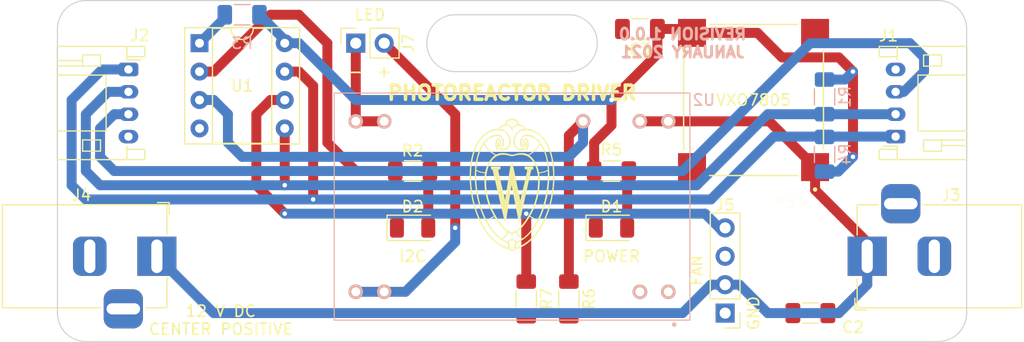
<source format=kicad_pcb>
(kicad_pcb (version 20171130) (host pcbnew 5.1.8+dfsg1-1+b1)

  (general
    (thickness 1.6)
    (drawings 25)
    (tracks 124)
    (zones 0)
    (modules 23)
    (nets 15)
  )

  (page USLetter)
  (title_block
    (title "Digital Photoreactor Driver")
    (date 2021-01-19)
    (rev 1.0.0)
    (company "University of Wisconsin-Madison")
    (comment 1 "Department of Chemistry")
    (comment 2 "Gellman Group")
    (comment 3 "Philip Lampkin")
    (comment 4 plampkin@wisc.edu)
  )

  (layers
    (0 F.Cu signal)
    (31 B.Cu signal)
    (32 B.Adhes user)
    (33 F.Adhes user)
    (34 B.Paste user)
    (35 F.Paste user)
    (36 B.SilkS user)
    (37 F.SilkS user)
    (38 B.Mask user)
    (39 F.Mask user)
    (40 Dwgs.User user)
    (41 Cmts.User user)
    (42 Eco1.User user)
    (43 Eco2.User user)
    (44 Edge.Cuts user)
    (45 Margin user)
    (46 B.CrtYd user hide)
    (47 F.CrtYd user hide)
    (48 B.Fab user hide)
    (49 F.Fab user hide)
  )

  (setup
    (last_trace_width 0.889)
    (user_trace_width 0.381)
    (user_trace_width 0.889)
    (trace_clearance 0.381)
    (zone_clearance 0.508)
    (zone_45_only no)
    (trace_min 0.2)
    (via_size 0.8)
    (via_drill 0.4)
    (via_min_size 0.4)
    (via_min_drill 0.3)
    (uvia_size 0.3)
    (uvia_drill 0.1)
    (uvias_allowed no)
    (uvia_min_size 0.2)
    (uvia_min_drill 0.1)
    (edge_width 0.1)
    (segment_width 0.2)
    (pcb_text_width 0.3)
    (pcb_text_size 1.5 1.5)
    (mod_edge_width 0.15)
    (mod_text_size 1 1)
    (mod_text_width 0.15)
    (pad_size 1.524 1.524)
    (pad_drill 0.762)
    (pad_to_mask_clearance 0)
    (aux_axis_origin 0 0)
    (grid_origin 161.29 86.36)
    (visible_elements FFFFFF7F)
    (pcbplotparams
      (layerselection 0x010fc_ffffffff)
      (usegerberextensions false)
      (usegerberattributes true)
      (usegerberadvancedattributes true)
      (creategerberjobfile true)
      (excludeedgelayer false)
      (linewidth 0.100000)
      (plotframeref false)
      (viasonmask false)
      (mode 1)
      (useauxorigin false)
      (hpglpennumber 1)
      (hpglpenspeed 20)
      (hpglpendiameter 15.000000)
      (psnegative false)
      (psa4output false)
      (plotreference true)
      (plotvalue true)
      (plotinvisibletext false)
      (padsonsilk false)
      (subtractmaskfromsilk false)
      (outputformat 1)
      (mirror false)
      (drillshape 0)
      (scaleselection 1)
      (outputdirectory "gerber"))
  )

  (net 0 "")
  (net 1 GND)
  (net 2 +12V)
  (net 3 +5V)
  (net 4 SDA)
  (net 5 SCL)
  (net 6 PWM_LED)
  (net 7 PWM_FAN)
  (net 8 INDICATOR)
  (net 9 "Net-(D1-Pad2)")
  (net 10 "Net-(D2-Pad2)")
  (net 11 "Net-(J1-Pad3)")
  (net 12 "Net-(R3-Pad2)")
  (net 13 "Net-(J7-Pad1)")
  (net 14 "Net-(J7-Pad2)")

  (net_class Default "This is the default net class."
    (clearance 0.381)
    (trace_width 0.889)
    (via_dia 0.8)
    (via_drill 0.4)
    (uvia_dia 0.3)
    (uvia_drill 0.1)
    (add_net +12V)
    (add_net +5V)
    (add_net GND)
    (add_net INDICATOR)
    (add_net "Net-(D1-Pad2)")
    (add_net "Net-(D2-Pad2)")
    (add_net "Net-(J1-Pad3)")
    (add_net "Net-(J5-Pad3)")
    (add_net "Net-(J7-Pad1)")
    (add_net "Net-(J7-Pad2)")
    (add_net "Net-(PS1-Pad4)")
    (add_net "Net-(R3-Pad2)")
    (add_net PWM_FAN)
    (add_net PWM_LED)
    (add_net SCL)
    (add_net SDA)
  )

  (module footprints:CONV_VXO7805-500-M (layer F.Cu) (tedit 5F8F3960) (tstamp 600B3737)
    (at 148.59 87.63 180)
    (path /60157AFB)
    (fp_text reference PS1 (at -3.325 -9.135) (layer F.SilkS)
      (effects (font (size 1 1) (thickness 0.015)))
    )
    (fp_text value VXO7805-500-M (at 4.93 9.135) (layer F.Fab)
      (effects (font (size 1 1) (thickness 0.015)))
    )
    (fp_line (start -6.25 -6.75) (end 6.25 -6.75) (layer F.Fab) (width 0.127))
    (fp_line (start 6.25 -6.75) (end 6.25 6.75) (layer F.Fab) (width 0.127))
    (fp_line (start 6.25 6.75) (end -6.25 6.75) (layer F.Fab) (width 0.127))
    (fp_line (start -6.25 6.75) (end -6.25 -6.75) (layer F.Fab) (width 0.127))
    (fp_line (start -7 -7.5) (end 7 -7.5) (layer F.CrtYd) (width 0.05))
    (fp_line (start 7 -7.5) (end 7 7.5) (layer F.CrtYd) (width 0.05))
    (fp_line (start 7 7.5) (end -7 7.5) (layer F.CrtYd) (width 0.05))
    (fp_line (start -7 7.5) (end -7 -7.5) (layer F.CrtYd) (width 0.05))
    (fp_line (start -3.93 -6.75) (end 3.93 -6.75) (layer F.SilkS) (width 0.127))
    (fp_circle (center -5.5 -8) (end -5.4 -8) (layer F.SilkS) (width 0.2))
    (fp_circle (center -5.5 -8) (end -5.4 -8) (layer F.Fab) (width 0.2))
    (fp_line (start 3.93 6.75) (end -3.93 6.75) (layer F.SilkS) (width 0.127))
    (fp_line (start 6.25 -4.43) (end 6.25 4.43) (layer F.SilkS) (width 0.127))
    (fp_line (start -6.25 4.43) (end -6.25 -4.43) (layer F.SilkS) (width 0.127))
    (pad 4 smd rect (at -5.5 6 180) (size 2.5 2.5) (layers F.Cu F.Paste F.Mask))
    (pad 3 smd rect (at 5.5 6 180) (size 2.5 2.5) (layers F.Cu F.Paste F.Mask)
      (net 3 +5V))
    (pad 2 smd rect (at 5.5 -6 180) (size 2.5 2.5) (layers F.Cu F.Paste F.Mask)
      (net 1 GND))
    (pad 1 smd rect (at -5.5 -6 180) (size 2.5 2.5) (layers F.Cu F.Paste F.Mask)
      (net 2 +12V))
  )

  (module Resistor_SMD:R_1206_3216Metric_Pad1.30x1.75mm_HandSolder (layer F.Cu) (tedit 5F68FEEE) (tstamp 600F46A8)
    (at 128.27 105.41 270)
    (descr "Resistor SMD 1206 (3216 Metric), square (rectangular) end terminal, IPC_7351 nominal with elongated pad for handsoldering. (Body size source: IPC-SM-782 page 72, https://www.pcb-3d.com/wordpress/wp-content/uploads/ipc-sm-782a_amendment_1_and_2.pdf), generated with kicad-footprint-generator")
    (tags "resistor handsolder")
    (path /600FD36F)
    (attr smd)
    (fp_text reference R7 (at 0 -1.82 90) (layer F.SilkS)
      (effects (font (size 1 1) (thickness 0.15)))
    )
    (fp_text value 4.7k (at 0 1.82 90) (layer F.Fab)
      (effects (font (size 1 1) (thickness 0.15)))
    )
    (fp_line (start 2.45 1.12) (end -2.45 1.12) (layer F.CrtYd) (width 0.05))
    (fp_line (start 2.45 -1.12) (end 2.45 1.12) (layer F.CrtYd) (width 0.05))
    (fp_line (start -2.45 -1.12) (end 2.45 -1.12) (layer F.CrtYd) (width 0.05))
    (fp_line (start -2.45 1.12) (end -2.45 -1.12) (layer F.CrtYd) (width 0.05))
    (fp_line (start -0.727064 0.91) (end 0.727064 0.91) (layer F.SilkS) (width 0.12))
    (fp_line (start -0.727064 -0.91) (end 0.727064 -0.91) (layer F.SilkS) (width 0.12))
    (fp_line (start 1.6 0.8) (end -1.6 0.8) (layer F.Fab) (width 0.1))
    (fp_line (start 1.6 -0.8) (end 1.6 0.8) (layer F.Fab) (width 0.1))
    (fp_line (start -1.6 -0.8) (end 1.6 -0.8) (layer F.Fab) (width 0.1))
    (fp_line (start -1.6 0.8) (end -1.6 -0.8) (layer F.Fab) (width 0.1))
    (fp_text user %R (at 0 0 90) (layer F.Fab)
      (effects (font (size 0.8 0.8) (thickness 0.12)))
    )
    (pad 2 smd roundrect (at 1.55 0 270) (size 1.3 1.75) (layers F.Cu F.Paste F.Mask) (roundrect_rratio 0.192308)
      (net 1 GND))
    (pad 1 smd roundrect (at -1.55 0 270) (size 1.3 1.75) (layers F.Cu F.Paste F.Mask) (roundrect_rratio 0.192308)
      (net 7 PWM_FAN))
    (model ${KISYS3DMOD}/Resistor_SMD.3dshapes/R_1206_3216Metric.wrl
      (at (xyz 0 0 0))
      (scale (xyz 1 1 1))
      (rotate (xyz 0 0 0))
    )
  )

  (module Resistor_SMD:R_1206_3216Metric_Pad1.30x1.75mm_HandSolder (layer F.Cu) (tedit 5F68FEEE) (tstamp 600F433E)
    (at 132.08 105.41 270)
    (descr "Resistor SMD 1206 (3216 Metric), square (rectangular) end terminal, IPC_7351 nominal with elongated pad for handsoldering. (Body size source: IPC-SM-782 page 72, https://www.pcb-3d.com/wordpress/wp-content/uploads/ipc-sm-782a_amendment_1_and_2.pdf), generated with kicad-footprint-generator")
    (tags "resistor handsolder")
    (path /600F1ED2)
    (attr smd)
    (fp_text reference R6 (at 0 -1.82 90) (layer F.SilkS)
      (effects (font (size 1 1) (thickness 0.15)))
    )
    (fp_text value 4.7k (at 0 1.82 90) (layer F.Fab)
      (effects (font (size 1 1) (thickness 0.15)))
    )
    (fp_line (start 2.45 1.12) (end -2.45 1.12) (layer F.CrtYd) (width 0.05))
    (fp_line (start 2.45 -1.12) (end 2.45 1.12) (layer F.CrtYd) (width 0.05))
    (fp_line (start -2.45 -1.12) (end 2.45 -1.12) (layer F.CrtYd) (width 0.05))
    (fp_line (start -2.45 1.12) (end -2.45 -1.12) (layer F.CrtYd) (width 0.05))
    (fp_line (start -0.727064 0.91) (end 0.727064 0.91) (layer F.SilkS) (width 0.12))
    (fp_line (start -0.727064 -0.91) (end 0.727064 -0.91) (layer F.SilkS) (width 0.12))
    (fp_line (start 1.6 0.8) (end -1.6 0.8) (layer F.Fab) (width 0.1))
    (fp_line (start 1.6 -0.8) (end 1.6 0.8) (layer F.Fab) (width 0.1))
    (fp_line (start -1.6 -0.8) (end 1.6 -0.8) (layer F.Fab) (width 0.1))
    (fp_line (start -1.6 0.8) (end -1.6 -0.8) (layer F.Fab) (width 0.1))
    (fp_text user %R (at 0 0 90) (layer F.Fab)
      (effects (font (size 0.8 0.8) (thickness 0.12)))
    )
    (pad 2 smd roundrect (at 1.55 0 270) (size 1.3 1.75) (layers F.Cu F.Paste F.Mask) (roundrect_rratio 0.192308)
      (net 1 GND))
    (pad 1 smd roundrect (at -1.55 0 270) (size 1.3 1.75) (layers F.Cu F.Paste F.Mask) (roundrect_rratio 0.192308)
      (net 6 PWM_LED))
    (model ${KISYS3DMOD}/Resistor_SMD.3dshapes/R_1206_3216Metric.wrl
      (at (xyz 0 0 0))
      (scale (xyz 1 1 1))
      (rotate (xyz 0 0 0))
    )
  )

  (module Connector_JST:JST_PH_S4B-PH-K_1x04_P2.00mm_Horizontal (layer F.Cu) (tedit 5B7745C6) (tstamp 6008C86B)
    (at 161.29 90.9 90)
    (descr "JST PH series connector, S4B-PH-K (http://www.jst-mfg.com/product/pdf/eng/ePH.pdf), generated with kicad-footprint-generator")
    (tags "connector JST PH top entry")
    (path /5FBC8C0C)
    (fp_text reference J1 (at 9.017 -0.635) (layer F.SilkS)
      (effects (font (size 1 1) (thickness 0.15)))
    )
    (fp_text value Conn_01x04 (at 3 7.45 90) (layer F.Fab)
      (effects (font (size 1 1) (thickness 0.15)))
    )
    (fp_line (start 0.5 1.375) (end 0 0.875) (layer F.Fab) (width 0.1))
    (fp_line (start -0.5 1.375) (end 0.5 1.375) (layer F.Fab) (width 0.1))
    (fp_line (start 0 0.875) (end -0.5 1.375) (layer F.Fab) (width 0.1))
    (fp_line (start -0.86 0.14) (end -0.86 -1.075) (layer F.SilkS) (width 0.12))
    (fp_line (start 7.25 0.25) (end -1.25 0.25) (layer F.Fab) (width 0.1))
    (fp_line (start 7.25 -1.35) (end 7.25 0.25) (layer F.Fab) (width 0.1))
    (fp_line (start 7.95 -1.35) (end 7.25 -1.35) (layer F.Fab) (width 0.1))
    (fp_line (start 7.95 6.25) (end 7.95 -1.35) (layer F.Fab) (width 0.1))
    (fp_line (start -1.95 6.25) (end 7.95 6.25) (layer F.Fab) (width 0.1))
    (fp_line (start -1.95 -1.35) (end -1.95 6.25) (layer F.Fab) (width 0.1))
    (fp_line (start -1.25 -1.35) (end -1.95 -1.35) (layer F.Fab) (width 0.1))
    (fp_line (start -1.25 0.25) (end -1.25 -1.35) (layer F.Fab) (width 0.1))
    (fp_line (start 8.45 -1.85) (end -2.45 -1.85) (layer F.CrtYd) (width 0.05))
    (fp_line (start 8.45 6.75) (end 8.45 -1.85) (layer F.CrtYd) (width 0.05))
    (fp_line (start -2.45 6.75) (end 8.45 6.75) (layer F.CrtYd) (width 0.05))
    (fp_line (start -2.45 -1.85) (end -2.45 6.75) (layer F.CrtYd) (width 0.05))
    (fp_line (start -0.8 4.1) (end -0.8 6.36) (layer F.SilkS) (width 0.12))
    (fp_line (start -0.3 4.1) (end -0.3 6.36) (layer F.SilkS) (width 0.12))
    (fp_line (start 6.3 2.5) (end 7.3 2.5) (layer F.SilkS) (width 0.12))
    (fp_line (start 6.3 4.1) (end 6.3 2.5) (layer F.SilkS) (width 0.12))
    (fp_line (start 7.3 4.1) (end 6.3 4.1) (layer F.SilkS) (width 0.12))
    (fp_line (start 7.3 2.5) (end 7.3 4.1) (layer F.SilkS) (width 0.12))
    (fp_line (start -0.3 2.5) (end -1.3 2.5) (layer F.SilkS) (width 0.12))
    (fp_line (start -0.3 4.1) (end -0.3 2.5) (layer F.SilkS) (width 0.12))
    (fp_line (start -1.3 4.1) (end -0.3 4.1) (layer F.SilkS) (width 0.12))
    (fp_line (start -1.3 2.5) (end -1.3 4.1) (layer F.SilkS) (width 0.12))
    (fp_line (start 8.06 0.14) (end 7.14 0.14) (layer F.SilkS) (width 0.12))
    (fp_line (start -2.06 0.14) (end -1.14 0.14) (layer F.SilkS) (width 0.12))
    (fp_line (start 5.5 2) (end 5.5 6.36) (layer F.SilkS) (width 0.12))
    (fp_line (start 0.5 2) (end 5.5 2) (layer F.SilkS) (width 0.12))
    (fp_line (start 0.5 6.36) (end 0.5 2) (layer F.SilkS) (width 0.12))
    (fp_line (start 7.14 0.14) (end 6.86 0.14) (layer F.SilkS) (width 0.12))
    (fp_line (start 7.14 -1.46) (end 7.14 0.14) (layer F.SilkS) (width 0.12))
    (fp_line (start 8.06 -1.46) (end 7.14 -1.46) (layer F.SilkS) (width 0.12))
    (fp_line (start 8.06 6.36) (end 8.06 -1.46) (layer F.SilkS) (width 0.12))
    (fp_line (start -2.06 6.36) (end 8.06 6.36) (layer F.SilkS) (width 0.12))
    (fp_line (start -2.06 -1.46) (end -2.06 6.36) (layer F.SilkS) (width 0.12))
    (fp_line (start -1.14 -1.46) (end -2.06 -1.46) (layer F.SilkS) (width 0.12))
    (fp_line (start -1.14 0.14) (end -1.14 -1.46) (layer F.SilkS) (width 0.12))
    (fp_line (start -0.86 0.14) (end -1.14 0.14) (layer F.SilkS) (width 0.12))
    (fp_text user %R (at 3 2.5 90) (layer F.Fab)
      (effects (font (size 1 1) (thickness 0.15)))
    )
    (pad 4 thru_hole oval (at 6 0 90) (size 1.2 1.75) (drill 0.75) (layers *.Cu *.Mask)
      (net 1 GND))
    (pad 3 thru_hole oval (at 4 0 90) (size 1.2 1.75) (drill 0.75) (layers *.Cu *.Mask)
      (net 11 "Net-(J1-Pad3)"))
    (pad 2 thru_hole oval (at 2 0 90) (size 1.2 1.75) (drill 0.75) (layers *.Cu *.Mask)
      (net 4 SDA))
    (pad 1 thru_hole roundrect (at 0 0 90) (size 1.2 1.75) (drill 0.75) (layers *.Cu *.Mask) (roundrect_rratio 0.2083325)
      (net 5 SCL))
    (model ${KISYS3DMOD}/Connector_JST.3dshapes/JST_PH_S4B-PH-K_1x04_P2.00mm_Horizontal.wrl
      (at (xyz 0 0 0))
      (scale (xyz 1 1 1))
      (rotate (xyz 0 0 0))
    )
  )

  (module Resistor_SMD:R_1206_3216Metric_Pad1.30x1.75mm_HandSolder locked (layer F.Cu) (tedit 5F68FEEE) (tstamp 600B7714)
    (at 135.89 93.98)
    (descr "Resistor SMD 1206 (3216 Metric), square (rectangular) end terminal, IPC_7351 nominal with elongated pad for handsoldering. (Body size source: IPC-SM-782 page 72, https://www.pcb-3d.com/wordpress/wp-content/uploads/ipc-sm-782a_amendment_1_and_2.pdf), generated with kicad-footprint-generator")
    (tags "resistor handsolder")
    (path /60212114)
    (attr smd)
    (fp_text reference R5 (at 0 -1.905) (layer F.SilkS)
      (effects (font (size 1 1) (thickness 0.15)))
    )
    (fp_text value 470 (at 0 1.82) (layer F.Fab)
      (effects (font (size 1 1) (thickness 0.15)))
    )
    (fp_line (start 2.45 1.12) (end -2.45 1.12) (layer F.CrtYd) (width 0.05))
    (fp_line (start 2.45 -1.12) (end 2.45 1.12) (layer F.CrtYd) (width 0.05))
    (fp_line (start -2.45 -1.12) (end 2.45 -1.12) (layer F.CrtYd) (width 0.05))
    (fp_line (start -2.45 1.12) (end -2.45 -1.12) (layer F.CrtYd) (width 0.05))
    (fp_line (start -0.727064 0.91) (end 0.727064 0.91) (layer F.SilkS) (width 0.12))
    (fp_line (start -0.727064 -0.91) (end 0.727064 -0.91) (layer F.SilkS) (width 0.12))
    (fp_line (start 1.6 0.8) (end -1.6 0.8) (layer F.Fab) (width 0.1))
    (fp_line (start 1.6 -0.8) (end 1.6 0.8) (layer F.Fab) (width 0.1))
    (fp_line (start -1.6 -0.8) (end 1.6 -0.8) (layer F.Fab) (width 0.1))
    (fp_line (start -1.6 0.8) (end -1.6 -0.8) (layer F.Fab) (width 0.1))
    (fp_text user %R (at 0 0) (layer F.Fab)
      (effects (font (size 0.8 0.8) (thickness 0.12)))
    )
    (pad 2 smd roundrect (at 1.55 0) (size 1.3 1.75) (layers F.Cu F.Paste F.Mask) (roundrect_rratio 0.1923076923076923)
      (net 9 "Net-(D1-Pad2)"))
    (pad 1 smd roundrect (at -1.55 0) (size 1.3 1.75) (layers F.Cu F.Paste F.Mask) (roundrect_rratio 0.1923076923076923)
      (net 3 +5V))
    (model ${KISYS3DMOD}/Resistor_SMD.3dshapes/R_1206_3216Metric.wrl
      (at (xyz 0 0 0))
      (scale (xyz 1 1 1))
      (rotate (xyz 0 0 0))
    )
  )

  (module Resistor_SMD:R_1206_3216Metric_Pad1.30x1.75mm_HandSolder (layer B.Cu) (tedit 5F68FEEE) (tstamp 600EA2AB)
    (at 154.94 92.482 90)
    (descr "Resistor SMD 1206 (3216 Metric), square (rectangular) end terminal, IPC_7351 nominal with elongated pad for handsoldering. (Body size source: IPC-SM-782 page 72, https://www.pcb-3d.com/wordpress/wp-content/uploads/ipc-sm-782a_amendment_1_and_2.pdf), generated with kicad-footprint-generator")
    (tags "resistor handsolder")
    (path /601D7458)
    (attr smd)
    (fp_text reference R4 (at 0 1.82 90) (layer B.SilkS)
      (effects (font (size 1 1) (thickness 0.15)) (justify mirror))
    )
    (fp_text value 4.7k (at 0 -1.82 90) (layer B.Fab)
      (effects (font (size 1 1) (thickness 0.15)) (justify mirror))
    )
    (fp_line (start 2.45 -1.12) (end -2.45 -1.12) (layer B.CrtYd) (width 0.05))
    (fp_line (start 2.45 1.12) (end 2.45 -1.12) (layer B.CrtYd) (width 0.05))
    (fp_line (start -2.45 1.12) (end 2.45 1.12) (layer B.CrtYd) (width 0.05))
    (fp_line (start -2.45 -1.12) (end -2.45 1.12) (layer B.CrtYd) (width 0.05))
    (fp_line (start -0.727064 -0.91) (end 0.727064 -0.91) (layer B.SilkS) (width 0.12))
    (fp_line (start -0.727064 0.91) (end 0.727064 0.91) (layer B.SilkS) (width 0.12))
    (fp_line (start 1.6 -0.8) (end -1.6 -0.8) (layer B.Fab) (width 0.1))
    (fp_line (start 1.6 0.8) (end 1.6 -0.8) (layer B.Fab) (width 0.1))
    (fp_line (start -1.6 0.8) (end 1.6 0.8) (layer B.Fab) (width 0.1))
    (fp_line (start -1.6 -0.8) (end -1.6 0.8) (layer B.Fab) (width 0.1))
    (fp_text user %R (at 0 0 90) (layer B.Fab)
      (effects (font (size 0.8 0.8) (thickness 0.12)) (justify mirror))
    )
    (pad 2 smd roundrect (at 1.55 0 90) (size 1.3 1.75) (layers B.Cu B.Paste B.Mask) (roundrect_rratio 0.1923076923076923)
      (net 5 SCL))
    (pad 1 smd roundrect (at -1.55 0 90) (size 1.3 1.75) (layers B.Cu B.Paste B.Mask) (roundrect_rratio 0.1923076923076923)
      (net 3 +5V))
    (model ${KISYS3DMOD}/Resistor_SMD.3dshapes/R_1206_3216Metric.wrl
      (at (xyz 0 0 0))
      (scale (xyz 1 1 1))
      (rotate (xyz 0 0 0))
    )
  )

  (module Resistor_SMD:R_1206_3216Metric_Pad1.30x1.75mm_HandSolder (layer B.Cu) (tedit 5F68FEEE) (tstamp 600EA7A6)
    (at 102.87 80.01 180)
    (descr "Resistor SMD 1206 (3216 Metric), square (rectangular) end terminal, IPC_7351 nominal with elongated pad for handsoldering. (Body size source: IPC-SM-782 page 72, https://www.pcb-3d.com/wordpress/wp-content/uploads/ipc-sm-782a_amendment_1_and_2.pdf), generated with kicad-footprint-generator")
    (tags "resistor handsolder")
    (path /6022A1C9)
    (attr smd)
    (fp_text reference R3 (at 0 -2.54) (layer B.SilkS)
      (effects (font (size 1 1) (thickness 0.15)) (justify mirror))
    )
    (fp_text value 10k (at 0 -1.82) (layer B.Fab)
      (effects (font (size 1 1) (thickness 0.15)) (justify mirror))
    )
    (fp_line (start 2.45 -1.12) (end -2.45 -1.12) (layer B.CrtYd) (width 0.05))
    (fp_line (start 2.45 1.12) (end 2.45 -1.12) (layer B.CrtYd) (width 0.05))
    (fp_line (start -2.45 1.12) (end 2.45 1.12) (layer B.CrtYd) (width 0.05))
    (fp_line (start -2.45 -1.12) (end -2.45 1.12) (layer B.CrtYd) (width 0.05))
    (fp_line (start -0.727064 -0.91) (end 0.727064 -0.91) (layer B.SilkS) (width 0.12))
    (fp_line (start -0.727064 0.91) (end 0.727064 0.91) (layer B.SilkS) (width 0.12))
    (fp_line (start 1.6 -0.8) (end -1.6 -0.8) (layer B.Fab) (width 0.1))
    (fp_line (start 1.6 0.8) (end 1.6 -0.8) (layer B.Fab) (width 0.1))
    (fp_line (start -1.6 0.8) (end 1.6 0.8) (layer B.Fab) (width 0.1))
    (fp_line (start -1.6 -0.8) (end -1.6 0.8) (layer B.Fab) (width 0.1))
    (fp_text user %R (at 0 0) (layer B.Fab)
      (effects (font (size 0.8 0.8) (thickness 0.12)) (justify mirror))
    )
    (pad 2 smd roundrect (at 1.55 0 180) (size 1.3 1.75) (layers B.Cu B.Paste B.Mask) (roundrect_rratio 0.1923076923076923)
      (net 12 "Net-(R3-Pad2)"))
    (pad 1 smd roundrect (at -1.55 0 180) (size 1.3 1.75) (layers B.Cu B.Paste B.Mask) (roundrect_rratio 0.1923076923076923)
      (net 3 +5V))
    (model ${KISYS3DMOD}/Resistor_SMD.3dshapes/R_1206_3216Metric.wrl
      (at (xyz 0 0 0))
      (scale (xyz 1 1 1))
      (rotate (xyz 0 0 0))
    )
  )

  (module Resistor_SMD:R_1206_3216Metric_Pad1.30x1.75mm_HandSolder (layer F.Cu) (tedit 5F68FEEE) (tstamp 600B76E1)
    (at 118.11 93.98)
    (descr "Resistor SMD 1206 (3216 Metric), square (rectangular) end terminal, IPC_7351 nominal with elongated pad for handsoldering. (Body size source: IPC-SM-782 page 72, https://www.pcb-3d.com/wordpress/wp-content/uploads/ipc-sm-782a_amendment_1_and_2.pdf), generated with kicad-footprint-generator")
    (tags "resistor handsolder")
    (path /602E795B)
    (attr smd)
    (fp_text reference R2 (at 0 -1.82) (layer F.SilkS)
      (effects (font (size 1 1) (thickness 0.15)))
    )
    (fp_text value 470 (at 0 1.82) (layer F.Fab)
      (effects (font (size 1 1) (thickness 0.15)))
    )
    (fp_line (start 2.45 1.12) (end -2.45 1.12) (layer F.CrtYd) (width 0.05))
    (fp_line (start 2.45 -1.12) (end 2.45 1.12) (layer F.CrtYd) (width 0.05))
    (fp_line (start -2.45 -1.12) (end 2.45 -1.12) (layer F.CrtYd) (width 0.05))
    (fp_line (start -2.45 1.12) (end -2.45 -1.12) (layer F.CrtYd) (width 0.05))
    (fp_line (start -0.727064 0.91) (end 0.727064 0.91) (layer F.SilkS) (width 0.12))
    (fp_line (start -0.727064 -0.91) (end 0.727064 -0.91) (layer F.SilkS) (width 0.12))
    (fp_line (start 1.6 0.8) (end -1.6 0.8) (layer F.Fab) (width 0.1))
    (fp_line (start 1.6 -0.8) (end 1.6 0.8) (layer F.Fab) (width 0.1))
    (fp_line (start -1.6 -0.8) (end 1.6 -0.8) (layer F.Fab) (width 0.1))
    (fp_line (start -1.6 0.8) (end -1.6 -0.8) (layer F.Fab) (width 0.1))
    (fp_text user %R (at 0 0) (layer F.Fab)
      (effects (font (size 0.8 0.8) (thickness 0.12)))
    )
    (pad 2 smd roundrect (at 1.55 0) (size 1.3 1.75) (layers F.Cu F.Paste F.Mask) (roundrect_rratio 0.1923076923076923)
      (net 10 "Net-(D2-Pad2)"))
    (pad 1 smd roundrect (at -1.55 0) (size 1.3 1.75) (layers F.Cu F.Paste F.Mask) (roundrect_rratio 0.1923076923076923)
      (net 8 INDICATOR))
    (model ${KISYS3DMOD}/Resistor_SMD.3dshapes/R_1206_3216Metric.wrl
      (at (xyz 0 0 0))
      (scale (xyz 1 1 1))
      (rotate (xyz 0 0 0))
    )
  )

  (module Resistor_SMD:R_1206_3216Metric_Pad1.30x1.75mm_HandSolder (layer B.Cu) (tedit 5F68FEEE) (tstamp 600EA15E)
    (at 154.94 87.35 90)
    (descr "Resistor SMD 1206 (3216 Metric), square (rectangular) end terminal, IPC_7351 nominal with elongated pad for handsoldering. (Body size source: IPC-SM-782 page 72, https://www.pcb-3d.com/wordpress/wp-content/uploads/ipc-sm-782a_amendment_1_and_2.pdf), generated with kicad-footprint-generator")
    (tags "resistor handsolder")
    (path /6041C78B)
    (attr smd)
    (fp_text reference R1 (at 0 1.82 90) (layer B.SilkS)
      (effects (font (size 1 1) (thickness 0.15)) (justify mirror))
    )
    (fp_text value 4.7k (at 0 -1.82 90) (layer B.Fab)
      (effects (font (size 1 1) (thickness 0.15)) (justify mirror))
    )
    (fp_line (start 2.45 -1.12) (end -2.45 -1.12) (layer B.CrtYd) (width 0.05))
    (fp_line (start 2.45 1.12) (end 2.45 -1.12) (layer B.CrtYd) (width 0.05))
    (fp_line (start -2.45 1.12) (end 2.45 1.12) (layer B.CrtYd) (width 0.05))
    (fp_line (start -2.45 -1.12) (end -2.45 1.12) (layer B.CrtYd) (width 0.05))
    (fp_line (start -0.727064 -0.91) (end 0.727064 -0.91) (layer B.SilkS) (width 0.12))
    (fp_line (start -0.727064 0.91) (end 0.727064 0.91) (layer B.SilkS) (width 0.12))
    (fp_line (start 1.6 -0.8) (end -1.6 -0.8) (layer B.Fab) (width 0.1))
    (fp_line (start 1.6 0.8) (end 1.6 -0.8) (layer B.Fab) (width 0.1))
    (fp_line (start -1.6 0.8) (end 1.6 0.8) (layer B.Fab) (width 0.1))
    (fp_line (start -1.6 -0.8) (end -1.6 0.8) (layer B.Fab) (width 0.1))
    (fp_text user %R (at 0 0 90) (layer B.Fab)
      (effects (font (size 0.8 0.8) (thickness 0.12)) (justify mirror))
    )
    (pad 2 smd roundrect (at 1.55 0 90) (size 1.3 1.75) (layers B.Cu B.Paste B.Mask) (roundrect_rratio 0.1923076923076923)
      (net 3 +5V))
    (pad 1 smd roundrect (at -1.55 0 90) (size 1.3 1.75) (layers B.Cu B.Paste B.Mask) (roundrect_rratio 0.1923076923076923)
      (net 4 SDA))
    (model ${KISYS3DMOD}/Resistor_SMD.3dshapes/R_1206_3216Metric.wrl
      (at (xyz 0 0 0))
      (scale (xyz 1 1 1))
      (rotate (xyz 0 0 0))
    )
  )

  (module Capacitor_SMD:C_1206_3216Metric_Pad1.33x1.80mm_HandSolder (layer F.Cu) (tedit 5F68FEEF) (tstamp 600B2FEB)
    (at 138.43 81.28 180)
    (descr "Capacitor SMD 1206 (3216 Metric), square (rectangular) end terminal, IPC_7351 nominal with elongated pad for handsoldering. (Body size source: IPC-SM-782 page 76, https://www.pcb-3d.com/wordpress/wp-content/uploads/ipc-sm-782a_amendment_1_and_2.pdf), generated with kicad-footprint-generator")
    (tags "capacitor handsolder")
    (path /600F5475)
    (attr smd)
    (fp_text reference C3 (at 0 -1.85) (layer F.SilkS)
      (effects (font (size 1 1) (thickness 0.15)))
    )
    (fp_text value 22u (at 0 1.85) (layer F.Fab)
      (effects (font (size 1 1) (thickness 0.15)))
    )
    (fp_line (start 2.48 1.15) (end -2.48 1.15) (layer F.CrtYd) (width 0.05))
    (fp_line (start 2.48 -1.15) (end 2.48 1.15) (layer F.CrtYd) (width 0.05))
    (fp_line (start -2.48 -1.15) (end 2.48 -1.15) (layer F.CrtYd) (width 0.05))
    (fp_line (start -2.48 1.15) (end -2.48 -1.15) (layer F.CrtYd) (width 0.05))
    (fp_line (start -0.711252 0.91) (end 0.711252 0.91) (layer F.SilkS) (width 0.12))
    (fp_line (start -0.711252 -0.91) (end 0.711252 -0.91) (layer F.SilkS) (width 0.12))
    (fp_line (start 1.6 0.8) (end -1.6 0.8) (layer F.Fab) (width 0.1))
    (fp_line (start 1.6 -0.8) (end 1.6 0.8) (layer F.Fab) (width 0.1))
    (fp_line (start -1.6 -0.8) (end 1.6 -0.8) (layer F.Fab) (width 0.1))
    (fp_line (start -1.6 0.8) (end -1.6 -0.8) (layer F.Fab) (width 0.1))
    (fp_text user %R (at 0 0) (layer F.Fab)
      (effects (font (size 0.8 0.8) (thickness 0.12)))
    )
    (pad 2 smd roundrect (at 1.5625 0 180) (size 1.325 1.8) (layers F.Cu F.Paste F.Mask) (roundrect_rratio 0.1886784905660377)
      (net 1 GND))
    (pad 1 smd roundrect (at -1.5625 0 180) (size 1.325 1.8) (layers F.Cu F.Paste F.Mask) (roundrect_rratio 0.1886784905660377)
      (net 3 +5V))
    (model ${KISYS3DMOD}/Capacitor_SMD.3dshapes/C_1206_3216Metric.wrl
      (at (xyz 0 0 0))
      (scale (xyz 1 1 1))
      (rotate (xyz 0 0 0))
    )
  )

  (module Capacitor_SMD:C_1206_3216Metric_Pad1.33x1.80mm_HandSolder (layer F.Cu) (tedit 5F68FEEF) (tstamp 600B3881)
    (at 153.67 106.68)
    (descr "Capacitor SMD 1206 (3216 Metric), square (rectangular) end terminal, IPC_7351 nominal with elongated pad for handsoldering. (Body size source: IPC-SM-782 page 76, https://www.pcb-3d.com/wordpress/wp-content/uploads/ipc-sm-782a_amendment_1_and_2.pdf), generated with kicad-footprint-generator")
    (tags "capacitor handsolder")
    (path /600F4EFC)
    (attr smd)
    (fp_text reference C2 (at 3.81 1.27) (layer F.SilkS)
      (effects (font (size 1 1) (thickness 0.15)))
    )
    (fp_text value 10u (at 0 1.85) (layer F.Fab)
      (effects (font (size 1 1) (thickness 0.15)))
    )
    (fp_line (start 2.48 1.15) (end -2.48 1.15) (layer F.CrtYd) (width 0.05))
    (fp_line (start 2.48 -1.15) (end 2.48 1.15) (layer F.CrtYd) (width 0.05))
    (fp_line (start -2.48 -1.15) (end 2.48 -1.15) (layer F.CrtYd) (width 0.05))
    (fp_line (start -2.48 1.15) (end -2.48 -1.15) (layer F.CrtYd) (width 0.05))
    (fp_line (start -0.711252 0.91) (end 0.711252 0.91) (layer F.SilkS) (width 0.12))
    (fp_line (start -0.711252 -0.91) (end 0.711252 -0.91) (layer F.SilkS) (width 0.12))
    (fp_line (start 1.6 0.8) (end -1.6 0.8) (layer F.Fab) (width 0.1))
    (fp_line (start 1.6 -0.8) (end 1.6 0.8) (layer F.Fab) (width 0.1))
    (fp_line (start -1.6 -0.8) (end 1.6 -0.8) (layer F.Fab) (width 0.1))
    (fp_line (start -1.6 0.8) (end -1.6 -0.8) (layer F.Fab) (width 0.1))
    (fp_text user %R (at 0 0) (layer F.Fab)
      (effects (font (size 0.8 0.8) (thickness 0.12)))
    )
    (pad 2 smd roundrect (at 1.5625 0) (size 1.325 1.8) (layers F.Cu F.Paste F.Mask) (roundrect_rratio 0.1886784905660377)
      (net 2 +12V))
    (pad 1 smd roundrect (at -1.5625 0) (size 1.325 1.8) (layers F.Cu F.Paste F.Mask) (roundrect_rratio 0.1886784905660377)
      (net 1 GND))
    (model ${KISYS3DMOD}/Capacitor_SMD.3dshapes/C_1206_3216Metric.wrl
      (at (xyz 0 0 0))
      (scale (xyz 1 1 1))
      (rotate (xyz 0 0 0))
    )
  )

  (module footprints:logo locked (layer F.Cu) (tedit 0) (tstamp 60097ED7)
    (at 127 95.25)
    (fp_text reference G*** (at 0 0) (layer F.SilkS) hide
      (effects (font (size 1.524 1.524) (thickness 0.3)))
    )
    (fp_text value LOGO (at 0.75 0) (layer F.SilkS) hide
      (effects (font (size 1.524 1.524) (thickness 0.3)))
    )
    (fp_poly (pts (xy -0.009503 -2.052159) (xy 0.007933 -2.051512) (xy 0.018683 -2.050132) (xy 0.024481 -2.047773)
      (xy 0.027064 -2.04419) (xy 0.027312 -2.04343) (xy 0.028537 -2.037834) (xy 0.031761 -2.022654)
      (xy 0.036909 -1.998256) (xy 0.043904 -1.965001) (xy 0.05267 -1.923254) (xy 0.063132 -1.873377)
      (xy 0.075213 -1.815733) (xy 0.088838 -1.750686) (xy 0.10393 -1.6786) (xy 0.120413 -1.599836)
      (xy 0.138212 -1.51476) (xy 0.157251 -1.423733) (xy 0.177452 -1.327119) (xy 0.198742 -1.225281)
      (xy 0.221043 -1.118583) (xy 0.244279 -1.007387) (xy 0.268375 -0.892058) (xy 0.293255 -0.772957)
      (xy 0.318842 -0.650449) (xy 0.345061 -0.524897) (xy 0.371835 -0.396664) (xy 0.383589 -0.34036)
      (xy 0.410596 -0.211006) (xy 0.437087 -0.084142) (xy 0.462985 0.039867) (xy 0.488216 0.160656)
      (xy 0.512702 0.27786) (xy 0.536367 0.391114) (xy 0.559134 0.500053) (xy 0.580927 0.604311)
      (xy 0.601671 0.703524) (xy 0.621288 0.797327) (xy 0.639702 0.885354) (xy 0.656836 0.967241)
      (xy 0.672615 1.042622) (xy 0.686963 1.111133) (xy 0.699801 1.172408) (xy 0.711055 1.226083)
      (xy 0.720648 1.271792) (xy 0.728504 1.30917) (xy 0.734545 1.337853) (xy 0.738697 1.357475)
      (xy 0.740882 1.367671) (xy 0.741196 1.36906) (xy 0.743609 1.377405) (xy 0.745499 1.37862)
      (xy 0.747792 1.371715) (xy 0.75071 1.3589) (xy 0.75233 1.351781) (xy 0.75614 1.335185)
      (xy 0.762042 1.309532) (xy 0.76994 1.275243) (xy 0.779736 1.23274) (xy 0.791332 1.182445)
      (xy 0.804633 1.124777) (xy 0.81954 1.06016) (xy 0.835956 0.989013) (xy 0.853785 0.911758)
      (xy 0.872928 0.828816) (xy 0.893289 0.740609) (xy 0.91477 0.647558) (xy 0.937275 0.550084)
      (xy 0.960706 0.448609) (xy 0.984965 0.343553) (xy 1.009956 0.235338) (xy 1.035582 0.124385)
      (xy 1.054338 0.04318) (xy 1.085751 -0.092815) (xy 1.114958 -0.219268) (xy 1.142035 -0.336542)
      (xy 1.167057 -0.444995) (xy 1.1901 -0.544988) (xy 1.211241 -0.636881) (xy 1.230555 -0.721034)
      (xy 1.248118 -0.797807) (xy 1.264006 -0.86756) (xy 1.278294 -0.930653) (xy 1.29106 -0.987447)
      (xy 1.302378 -1.0383) (xy 1.312324 -1.083574) (xy 1.320974 -1.123629) (xy 1.328405 -1.158823)
      (xy 1.334692 -1.189518) (xy 1.339911 -1.216074) (xy 1.344137 -1.23885) (xy 1.347448 -1.258207)
      (xy 1.349918 -1.274505) (xy 1.351623 -1.288103) (xy 1.35264 -1.299362) (xy 1.353043 -1.308643)
      (xy 1.35291 -1.316303) (xy 1.352316 -1.322705) (xy 1.351337 -1.328208) (xy 1.350049 -1.333172)
      (xy 1.348527 -1.337958) (xy 1.346847 -1.342924) (xy 1.346602 -1.34366) (xy 1.331641 -1.374343)
      (xy 1.309555 -1.39782) (xy 1.280449 -1.414028) (xy 1.244424 -1.422902) (xy 1.21666 -1.424712)
      (xy 1.193898 -1.424322) (xy 1.172022 -1.423081) (xy 1.155471 -1.421249) (xy 1.15443 -1.42107)
      (xy 1.13284 -1.4172) (xy 1.13284 -1.67132) (xy 1.89484 -1.67132) (xy 1.89484 -1.54305)
      (xy 1.894841 -1.41478) (xy 1.84277 -1.41478) (xy 1.818094 -1.414515) (xy 1.800598 -1.413367)
      (xy 1.787312 -1.41081) (xy 1.775263 -1.406317) (xy 1.764345 -1.400885) (xy 1.735022 -1.379942)
      (xy 1.712361 -1.351427) (xy 1.707445 -1.342591) (xy 1.705974 -1.33693) (xy 1.702384 -1.321663)
      (xy 1.696745 -1.297106) (xy 1.689126 -1.263574) (xy 1.679599 -1.221382) (xy 1.668233 -1.170846)
      (xy 1.655099 -1.112281) (xy 1.640267 -1.046003) (xy 1.623807 -0.972327) (xy 1.605788 -0.891568)
      (xy 1.586282 -0.804042) (xy 1.565359 -0.710064) (xy 1.543088 -0.60995) (xy 1.51954 -0.504015)
      (xy 1.494785 -0.392574) (xy 1.468893 -0.275944) (xy 1.441935 -0.154438) (xy 1.41398 -0.028374)
      (xy 1.385099 0.101935) (xy 1.355362 0.236172) (xy 1.324838 0.374022) (xy 1.293599 0.51517)
      (xy 1.261715 0.6593) (xy 1.229255 0.806096) (xy 1.209009 0.897689) (xy 1.176237 1.045968)
      (xy 1.144011 1.191776) (xy 1.1124 1.334797) (xy 1.081474 1.474715) (xy 1.051303 1.611215)
      (xy 1.021956 1.743982) (xy 0.993504 1.8727) (xy 0.966016 1.997055) (xy 0.939561 2.116729)
      (xy 0.91421 2.231409) (xy 0.890032 2.340779) (xy 0.867097 2.444522) (xy 0.845475 2.542325)
      (xy 0.825235 2.633871) (xy 0.806447 2.718845) (xy 0.789181 2.796931) (xy 0.773507 2.867815)
      (xy 0.759494 2.93118) (xy 0.747212 2.986712) (xy 0.73673 3.034094) (xy 0.72812 3.073012)
      (xy 0.721449 3.10315) (xy 0.716789 3.124193) (xy 0.714208 3.135825) (xy 0.713684 3.13817)
      (xy 0.712204 3.142781) (xy 0.709192 3.145949) (xy 0.702978 3.147944) (xy 0.691893 3.149036)
      (xy 0.674265 3.149498) (xy 0.648425 3.149599) (xy 0.643218 3.1496) (xy 0.57543 3.1496)
      (xy 0.567226 3.10769) (xy 0.565605 3.099376) (xy 0.562123 3.081482) (xy 0.556855 3.054402)
      (xy 0.549879 3.018527) (xy 0.541269 2.974253) (xy 0.531104 2.921971) (xy 0.519459 2.862075)
      (xy 0.506411 2.794958) (xy 0.492036 2.721014) (xy 0.476411 2.640636) (xy 0.459612 2.554217)
      (xy 0.441716 2.46215) (xy 0.422799 2.364828) (xy 0.402937 2.262646) (xy 0.382207 2.155995)
      (xy 0.360685 2.045269) (xy 0.338448 1.930862) (xy 0.315573 1.813167) (xy 0.292135 1.692577)
      (xy 0.268211 1.569485) (xy 0.258903 1.521596) (xy 0.234903 1.398128) (xy 0.211395 1.277246)
      (xy 0.188456 1.15933) (xy 0.166159 1.044759) (xy 0.144579 0.933914) (xy 0.123789 0.827174)
      (xy 0.103863 0.72492) (xy 0.084877 0.627532) (xy 0.066904 0.535389) (xy 0.050018 0.448872)
      (xy 0.034294 0.36836) (xy 0.019805 0.294234) (xy 0.006627 0.226873) (xy -0.005168 0.166658)
      (xy -0.015504 0.113968) (xy -0.024307 0.069183) (xy -0.031504 0.032684) (xy -0.03702 0.004851)
      (xy -0.04078 -0.013938) (xy -0.042712 -0.0233) (xy -0.042963 -0.024337) (xy -0.043105 -0.024947)
      (xy -0.043145 -0.026125) (xy -0.043134 -0.027525) (xy -0.043127 -0.028801) (xy -0.043178 -0.029607)
      (xy -0.043338 -0.029597) (xy -0.043663 -0.028426) (xy -0.044205 -0.025747) (xy -0.045018 -0.021215)
      (xy -0.046155 -0.014485) (xy -0.047669 -0.005209) (xy -0.049614 0.006957) (xy -0.052044 0.022359)
      (xy -0.055011 0.041344) (xy -0.058569 0.064257) (xy -0.062771 0.091444) (xy -0.067671 0.12325)
      (xy -0.073322 0.160022) (xy -0.079778 0.202105) (xy -0.087092 0.249846) (xy -0.095317 0.303589)
      (xy -0.104507 0.363681) (xy -0.114716 0.430468) (xy -0.125995 0.504295) (xy -0.1384 0.585509)
      (xy -0.151982 0.674454) (xy -0.166797 0.771478) (xy -0.182896 0.876925) (xy -0.200334 0.991141)
      (xy -0.219164 1.114473) (xy -0.239439 1.247267) (xy -0.254157 1.34366) (xy -0.272199 1.461816)
      (xy -0.290093 1.578998) (xy -0.30776 1.694688) (xy -0.325121 1.808368) (xy -0.342098 1.919522)
      (xy -0.35861 2.027632) (xy -0.374579 2.132182) (xy -0.389927 2.232654) (xy -0.404573 2.328531)
      (xy -0.41844 2.419296) (xy -0.431447 2.504432) (xy -0.443517 2.583421) (xy -0.45457 2.655748)
      (xy -0.464526 2.720893) (xy -0.473308 2.778342) (xy -0.480836 2.827575) (xy -0.487031 2.868077)
      (xy -0.491814 2.89933) (xy -0.493771 2.91211) (xy -0.530159 3.1496) (xy -0.680329 3.1496)
      (xy -0.685389 3.13055) (xy -0.686869 3.124372) (xy -0.690579 3.108617) (xy -0.696446 3.083601)
      (xy -0.704394 3.049642) (xy -0.71435 3.007057) (xy -0.726239 2.956164) (xy -0.739989 2.89728)
      (xy -0.755525 2.830723) (xy -0.772772 2.75681) (xy -0.791657 2.675858) (xy -0.812106 2.588185)
      (xy -0.834045 2.494109) (xy -0.857399 2.393946) (xy -0.882096 2.288014) (xy -0.90806 2.176631)
      (xy -0.935218 2.060113) (xy -0.963495 1.938779) (xy -0.992818 1.812946) (xy -1.023113 1.682931)
      (xy -1.054306 1.549052) (xy -1.086322 1.411625) (xy -1.119088 1.270969) (xy -1.152529 1.127401)
      (xy -1.186573 0.981238) (xy -1.203914 0.90678) (xy -1.238248 0.759367) (xy -1.272027 0.614363)
      (xy -1.305177 0.472086) (xy -1.337623 0.332855) (xy -1.36929 0.196988) (xy -1.400104 0.064805)
      (xy -1.429992 -0.063377) (xy -1.458877 -0.187239) (xy -1.486687 -0.306461) (xy -1.513346 -0.420726)
      (xy -1.538781 -0.529714) (xy -1.562916 -0.633107) (xy -1.585678 -0.730587) (xy -1.606991 -0.821834)
      (xy -1.626783 -0.90653) (xy -1.644977 -0.984357) (xy -1.6615 -1.054995) (xy -1.676278 -1.118126)
      (xy -1.689235 -1.173431) (xy -1.700299 -1.220592) (xy -1.709393 -1.25929) (xy -1.716444 -1.289206)
      (xy -1.721378 -1.310022) (xy -1.724119 -1.321418) (xy -1.724642 -1.323477) (xy -1.738473 -1.354061)
      (xy -1.760843 -1.380652) (xy -1.79061 -1.402331) (xy -1.82663 -1.41818) (xy -1.850396 -1.424434)
      (xy -1.88214 -1.430906) (xy -1.884864 -1.67132) (xy -1.03632 -1.67132) (xy -1.03632 -1.427591)
      (xy -1.081306 -1.430784) (xy -1.103962 -1.432089) (xy -1.11997 -1.431847) (xy -1.13278 -1.429605)
      (xy -1.145847 -1.424907) (xy -1.15424 -1.421183) (xy -1.18151 -1.404133) (xy -1.202031 -1.380757)
      (xy -1.216088 -1.350492) (xy -1.223967 -1.312778) (xy -1.225983 -1.28016) (xy -1.225939 -1.275202)
      (xy -1.225625 -1.269426) (xy -1.224957 -1.262468) (xy -1.223853 -1.253962) (xy -1.222232 -1.243542)
      (xy -1.220009 -1.230843) (xy -1.217104 -1.2155) (xy -1.213434 -1.197147) (xy -1.208915 -1.175418)
      (xy -1.203466 -1.149948) (xy -1.197005 -1.120371) (xy -1.189448 -1.086322) (xy -1.180714 -1.047436)
      (xy -1.17072 -1.003346) (xy -1.159383 -0.953687) (xy -1.146621 -0.898094) (xy -1.132352 -0.836201)
      (xy -1.116493 -0.767642) (xy -1.098962 -0.692053) (xy -1.079677 -0.609067) (xy -1.058554 -0.518319)
      (xy -1.035511 -0.419444) (xy -1.010467 -0.312075) (xy -0.983338 -0.195848) (xy -0.954042 -0.070396)
      (xy -0.928105 0.04064) (xy -0.901968 0.152496) (xy -0.876413 0.261806) (xy -0.851539 0.368153)
      (xy -0.827444 0.471122) (xy -0.804224 0.570296) (xy -0.781978 0.665258) (xy -0.760804 0.755594)
      (xy -0.7408 0.840886) (xy -0.722062 0.920718) (xy -0.704689 0.994675) (xy -0.688778 1.062341)
      (xy -0.674428 1.123298) (xy -0.661736 1.177131) (xy -0.650799 1.223425) (xy -0.641716 1.261762)
      (xy -0.634585 1.291726) (xy -0.629502 1.312902) (xy -0.626566 1.324873) (xy -0.625852 1.327527)
      (xy -0.62476 1.323356) (xy -0.622168 1.30943) (xy -0.618122 1.286033) (xy -0.612668 1.253453)
      (xy -0.60585 1.211976) (xy -0.597713 1.161888) (xy -0.588304 1.103474) (xy -0.577667 1.037022)
      (xy -0.565847 0.962816) (xy -0.552891 0.881144) (xy -0.538843 0.792292) (xy -0.523748 0.696545)
      (xy -0.507652 0.59419) (xy -0.4906 0.485512) (xy -0.472637 0.370799) (xy -0.453809 0.250336)
      (xy -0.434161 0.124409) (xy -0.413739 -0.006696) (xy -0.392586 -0.142692) (xy -0.37075 -0.283294)
      (xy -0.363727 -0.328553) (xy -0.343714 -0.457556) (xy -0.324077 -0.584118) (xy -0.304874 -0.707862)
      (xy -0.286165 -0.82841) (xy -0.268008 -0.945385) (xy -0.250462 -1.058407) (xy -0.233585 -1.167101)
      (xy -0.217436 -1.271088) (xy -0.202075 -1.369991) (xy -0.187558 -1.463431) (xy -0.173946 -1.551032)
      (xy -0.161297 -1.632415) (xy -0.14967 -1.707203) (xy -0.139122 -1.775018) (xy -0.129714 -1.835482)
      (xy -0.121503 -1.888219) (xy -0.114549 -1.93285) (xy -0.10891 -1.968997) (xy -0.104644 -1.996283)
      (xy -0.101811 -2.01433) (xy -0.100469 -2.02276) (xy -0.10041 -2.02311) (xy -0.095435 -2.05232)
      (xy -0.03536 -2.05232) (xy -0.009503 -2.052159)) (layer F.SilkS) (width 0.01))
    (fp_poly (pts (xy 0.027014 -5.946009) (xy 0.072375 -5.943948) (xy 0.113794 -5.94022) (xy 0.148483 -5.93485)
      (xy 0.151395 -5.934241) (xy 0.230635 -5.912503) (xy 0.304009 -5.882562) (xy 0.37183 -5.844215)
      (xy 0.434414 -5.797261) (xy 0.492077 -5.741496) (xy 0.538895 -5.685111) (xy 0.560962 -5.65338)
      (xy 0.583934 -5.616121) (xy 0.606332 -5.576086) (xy 0.626682 -5.536028) (xy 0.643506 -5.498699)
      (xy 0.654383 -5.469803) (xy 0.65984 -5.453891) (xy 0.664296 -5.442286) (xy 0.666434 -5.438033)
      (xy 0.672382 -5.435867) (xy 0.685301 -5.43276) (xy 0.698942 -5.430041) (xy 0.739191 -5.420618)
      (xy 0.784524 -5.406563) (xy 0.831659 -5.389008) (xy 0.877314 -5.369085) (xy 0.881541 -5.367069)
      (xy 0.954134 -5.327705) (xy 1.021352 -5.282286) (xy 1.082191 -5.2317) (xy 1.135644 -5.176831)
      (xy 1.180704 -5.118567) (xy 1.201778 -5.084993) (xy 1.224618 -5.045395) (xy 1.279059 -5.042254)
      (xy 1.385529 -5.034225) (xy 1.484491 -5.022674) (xy 1.578105 -5.007197) (xy 1.668531 -4.987393)
      (xy 1.757931 -4.962857) (xy 1.830719 -4.939361) (xy 1.961526 -4.889124) (xy 2.088777 -4.829501)
      (xy 2.212356 -4.760666) (xy 2.332152 -4.682791) (xy 2.448049 -4.596051) (xy 2.559933 -4.500619)
      (xy 2.667691 -4.396668) (xy 2.771209 -4.28437) (xy 2.870372 -4.163901) (xy 2.965067 -4.035432)
      (xy 3.05518 -3.899138) (xy 3.140596 -3.755191) (xy 3.221201 -3.603765) (xy 3.296883 -3.445033)
      (xy 3.367526 -3.279169) (xy 3.433017 -3.106346) (xy 3.493241 -2.926737) (xy 3.548085 -2.740515)
      (xy 3.597435 -2.547854) (xy 3.641177 -2.348928) (xy 3.679196 -2.143908) (xy 3.682619 -2.12344)
      (xy 3.699612 -2.016122) (xy 3.714818 -1.909768) (xy 3.728415 -1.8027) (xy 3.740581 -1.693246)
      (xy 3.751495 -1.579728) (xy 3.761334 -1.460472) (xy 3.770276 -1.333802) (xy 3.775515 -1.24968)
      (xy 3.777014 -1.217947) (xy 3.77832 -1.177275) (xy 3.779431 -1.128886) (xy 3.78035 -1.074)
      (xy 3.781074 -1.013836) (xy 3.781606 -0.949616) (xy 3.781943 -0.88256) (xy 3.782087 -0.813888)
      (xy 3.782038 -0.744821) (xy 3.781795 -0.676578) (xy 3.781358 -0.61038) (xy 3.780728 -0.547447)
      (xy 3.779904 -0.489001) (xy 3.778887 -0.43626) (xy 3.777676 -0.390445) (xy 3.776271 -0.352777)
      (xy 3.775521 -0.33782) (xy 3.760706 -0.109746) (xy 3.742134 0.110657) (xy 3.719574 0.325248)
      (xy 3.692797 0.535882) (xy 3.661575 0.744418) (xy 3.625677 0.952712) (xy 3.598562 1.09474)
      (xy 3.54392 1.352528) (xy 3.483133 1.605889) (xy 3.416343 1.854551) (xy 3.34369 2.098243)
      (xy 3.265316 2.336694) (xy 3.181363 2.569632) (xy 3.091971 2.796785) (xy 2.997284 3.017883)
      (xy 2.897441 3.232653) (xy 2.792585 3.440825) (xy 2.682856 3.642126) (xy 2.568397 3.836286)
      (xy 2.449349 4.023033) (xy 2.325853 4.202096) (xy 2.198051 4.373202) (xy 2.066084 4.536082)
      (xy 1.930094 4.690462) (xy 1.790222 4.836073) (xy 1.64661 4.972641) (xy 1.520289 5.082593)
      (xy 1.383014 5.19166) (xy 1.241799 5.293264) (xy 1.097294 5.387063) (xy 0.950149 5.472714)
      (xy 0.801014 5.549876) (xy 0.65054 5.618204) (xy 0.499377 5.677358) (xy 0.348174 5.726995)
      (xy 0.240991 5.756312) (xy 0.177344 5.772251) (xy 0.161635 5.795083) (xy 0.144591 5.818346)
      (xy 0.12432 5.843671) (xy 0.102624 5.86902) (xy 0.081308 5.892358) (xy 0.062175 5.911647)
      (xy 0.047028 5.92485) (xy 0.046183 5.925479) (xy 0.023935 5.939595) (xy 0.005278 5.94582)
      (xy -0.012043 5.94457) (xy -0.025819 5.938815) (xy -0.039009 5.929444) (xy -0.056697 5.913706)
      (xy -0.077247 5.89333) (xy -0.099018 5.870045) (xy -0.120372 5.845582) (xy -0.13967 5.821669)
      (xy -0.14986 5.807911) (xy -0.162635 5.790384) (xy -0.172254 5.779308) (xy -0.181229 5.772702)
      (xy -0.192076 5.768586) (xy -0.2032 5.765887) (xy -0.227923 5.759853) (xy -0.260084 5.751219)
      (xy -0.297497 5.740636) (xy -0.337976 5.728759) (xy -0.379334 5.716241) (xy -0.419386 5.703736)
      (xy -0.455945 5.691897) (xy -0.486826 5.681377) (xy -0.491738 5.679629) (xy -0.657169 5.614883)
      (xy -0.819721 5.540418) (xy -0.979341 5.456275) (xy -1.135977 5.362493) (xy -1.289578 5.259114)
      (xy -1.44009 5.146177) (xy -1.587463 5.023722) (xy -1.731643 4.89179) (xy -1.872578 4.75042)
      (xy -2.010217 4.599654) (xy -2.144506 4.439531) (xy -2.210281 4.3561) (xy -2.335605 4.187017)
      (xy -2.457423 4.00887) (xy -2.575411 3.822241) (xy -2.689246 3.627715) (xy -2.798603 3.425873)
      (xy -2.90316 3.217302) (xy -3.002593 3.002583) (xy -3.096577 2.7823) (xy -3.131711 2.69494)
      (xy -3.232075 2.428042) (xy -3.324365 2.15571) (xy -3.408491 1.878589) (xy -3.484368 1.597325)
      (xy -3.551907 1.312562) (xy -3.611022 1.024947) (xy -3.661624 0.735126) (xy -3.703627 0.443744)
      (xy -3.736942 0.151446) (xy -3.761483 -0.141121) (xy -3.777162 -0.433312) (xy -3.783453 -0.705538)
      (xy -3.673713 -0.705538) (xy -3.671178 -0.540616) (xy -3.666007 -0.378636) (xy -3.658207 -0.222147)
      (xy -3.654756 -0.16764) (xy -3.629382 0.139241) (xy -3.594658 0.443647) (xy -3.550652 0.74527)
      (xy -3.497433 1.043805) (xy -3.43507 1.338945) (xy -3.363633 1.630384) (xy -3.283189 1.917816)
      (xy -3.193808 2.200935) (xy -3.095558 2.479434) (xy -3.009316 2.701931) (xy -2.944043 2.857947)
      (xy -2.873614 3.015661) (xy -2.799086 3.172941) (xy -2.721512 3.327656) (xy -2.641949 3.477674)
      (xy -2.561451 3.620864) (xy -2.517015 3.696182) (xy -2.400193 3.883112) (xy -2.279583 4.061375)
      (xy -2.155281 4.230884) (xy -2.027384 4.391555) (xy -1.895989 4.543304) (xy -1.761193 4.686046)
      (xy -1.623093 4.819697) (xy -1.481786 4.944171) (xy -1.337368 5.059386) (xy -1.189937 5.165255)
      (xy -1.039589 5.261695) (xy -0.886422 5.34862) (xy -0.730533 5.425947) (xy -0.572017 5.493591)
      (xy -0.410973 5.551467) (xy -0.377957 5.562023) (xy -0.350619 5.570486) (xy -0.326448 5.577788)
      (xy -0.307203 5.583411) (xy -0.294643 5.586839) (xy -0.290762 5.587656) (xy -0.287612 5.585383)
      (xy -0.289503 5.576908) (xy -0.292791 5.56895) (xy -0.303253 5.543084) (xy -0.314991 5.510389)
      (xy -0.327029 5.473943) (xy -0.338394 5.436824) (xy -0.348111 5.402111) (xy -0.355205 5.372883)
      (xy -0.355902 5.36956) (xy -0.360734 5.341076) (xy -0.365067 5.306556) (xy -0.368436 5.270119)
      (xy -0.370097 5.243042) (xy -0.37311 5.175868) (xy -0.263095 5.175868) (xy -0.262837 5.220783)
      (xy -0.262663 5.22478) (xy -0.253573 5.311631) (xy -0.234536 5.398713) (xy -0.205736 5.485497)
      (xy -0.167358 5.57146) (xy -0.119587 5.656074) (xy -0.101133 5.684601) (xy -0.075674 5.721751)
      (xy -0.054266 5.750462) (xy -0.036083 5.771208) (xy -0.020301 5.784465) (xy -0.006093 5.790707)
      (xy 0.007365 5.790408) (xy 0.020899 5.784043) (xy 0.035334 5.772087) (xy 0.04104 5.766369)
      (xy 0.058353 5.746242) (xy 0.078748 5.719034) (xy 0.100884 5.686807) (xy 0.12342 5.651627)
      (xy 0.145014 5.615558) (xy 0.164324 5.580663) (xy 0.173723 5.562235) (xy 0.203997 5.493853)
      (xy 0.229291 5.42286) (xy 0.248108 5.353495) (xy 0.249129 5.348877) (xy 0.256248 5.307133)
      (xy 0.260882 5.26044) (xy 0.263034 5.211358) (xy 0.262707 5.162448) (xy 0.259904 5.11627)
      (xy 0.254628 5.075385) (xy 0.248779 5.048745) (xy 0.238121 5.027399) (xy 0.218756 5.006104)
      (xy 0.192095 4.985838) (xy 0.159549 4.967578) (xy 0.122527 4.952301) (xy 0.09906 4.945055)
      (xy 0.080157 4.941112) (xy 0.055259 4.937526) (xy 0.028527 4.934852) (xy 0.016653 4.934075)
      (xy -0.028475 4.934554) (xy -0.072822 4.940308) (xy -0.115061 4.950741) (xy -0.153865 4.965259)
      (xy -0.187906 4.983267) (xy -0.215859 5.00417) (xy -0.236395 5.027373) (xy -0.248188 5.052282)
      (xy -0.248346 5.052869) (xy -0.255563 5.088474) (xy -0.260575 5.13062) (xy -0.263095 5.175868)
      (xy -0.37311 5.175868) (xy -0.37338 5.169864) (xy -0.459409 5.135256) (xy -0.604078 5.071754)
      (xy -0.747061 4.998378) (xy -0.888112 4.91531) (xy -1.026984 4.822733) (xy -1.037208 4.815097)
      (xy -0.838788 4.815097) (xy -0.837274 4.818565) (xy -0.827269 4.826102) (xy -0.80956 4.837446)
      (xy -0.785514 4.851829) (xy -0.756498 4.868483) (xy -0.72388 4.886639) (xy -0.689026 4.905529)
      (xy -0.653305 4.924384) (xy -0.618082 4.942437) (xy -0.60706 4.947958) (xy -0.578468 4.961918)
      (xy -0.546992 4.976819) (xy -0.514077 4.992026) (xy -0.481168 5.006903) (xy -0.449708 5.020815)
      (xy -0.421141 5.033124) (xy -0.396913 5.043195) (xy -0.378466 5.050392) (xy -0.367245 5.054079)
      (xy -0.365299 5.054422) (xy -0.362628 5.050025) (xy -0.358943 5.038521) (xy -0.356315 5.02793)
      (xy -0.342084 4.987272) (xy -0.318707 4.950049) (xy -0.286732 4.916653) (xy -0.246706 4.887474)
      (xy -0.199176 4.862904) (xy -0.144689 4.843332) (xy -0.083793 4.829151) (xy -0.0762 4.82785)
      (xy -0.022519 4.822661) (xy 0.033329 4.823953) (xy 0.089522 4.831256) (xy 0.144237 4.8441)
      (xy 0.195652 4.862013) (xy 0.241944 4.884526) (xy 0.28129 4.911169) (xy 0.295672 4.923828)
      (xy 0.318311 4.949554) (xy 0.337647 4.979093) (xy 0.351848 5.009244) (xy 0.358667 5.033893)
      (xy 0.361164 5.046718) (xy 0.363446 5.053984) (xy 0.364044 5.0546) (xy 0.372258 5.052515)
      (xy 0.388243 5.046667) (xy 0.410599 5.037666) (xy 0.437924 5.026122) (xy 0.468818 5.012645)
      (xy 0.501881 4.997845) (xy 0.535713 4.982332) (xy 0.568913 4.966715) (xy 0.5969 4.953173)
      (xy 0.628547 4.937288) (xy 0.662414 4.919719) (xy 0.69714 4.901227) (xy 0.731369 4.882571)
      (xy 0.763741 4.864513) (xy 0.792899 4.847812) (xy 0.817483 4.83323) (xy 0.836137 4.821527)
      (xy 0.8475 4.813462) (xy 0.849256 4.811895) (xy 0.847459 4.807148) (xy 0.83923 4.798037)
      (xy 0.826231 4.786345) (xy 0.822942 4.783641) (xy 0.762409 4.731521) (xy 0.700954 4.672794)
      (xy 0.640569 4.609641) (xy 0.583245 4.544242) (xy 0.530976 4.478777) (xy 0.485752 4.415428)
      (xy 0.483463 4.41198) (xy 0.471811 4.393465) (xy 0.457818 4.36986) (xy 0.442503 4.343036)
      (xy 0.426882 4.314863) (xy 0.411973 4.287213) (xy 0.398795 4.261958) (xy 0.388365 4.240969)
      (xy 0.381701 4.226117) (xy 0.380341 4.222386) (xy 0.375405 4.221949) (xy 0.362832 4.227877)
      (xy 0.34255 4.240208) (xy 0.322442 4.253542) (xy 0.290622 4.27435) (xy 0.255391 4.296019)
      (xy 0.218026 4.317886) (xy 0.179806 4.339286) (xy 0.142008 4.359556) (xy 0.10591 4.378033)
      (xy 0.072791 4.394052) (xy 0.043928 4.406951) (xy 0.0206 4.416065) (xy 0.004083 4.42073)
      (xy -0.000433 4.421204) (xy -0.011994 4.418736) (xy -0.030962 4.411681) (xy -0.056052 4.400715)
      (xy -0.085981 4.386513) (xy -0.119463 4.369752) (xy -0.155216 4.351107) (xy -0.191954 4.331254)
      (xy -0.228393 4.310867) (xy -0.26325 4.290624) (xy -0.29524 4.2712) (xy -0.323078 4.25327)
      (xy -0.334581 4.245398) (xy -0.366902 4.222725) (xy -0.401099 4.290342) (xy -0.445267 4.369312)
      (xy -0.498171 4.449398) (xy -0.558692 4.529233) (xy -0.625713 4.607453) (xy -0.698117 4.682694)
      (xy -0.774785 4.753592) (xy -0.794094 4.770146) (xy -0.814928 4.788053) (xy -0.828687 4.800802)
      (xy -0.836322 4.80946) (xy -0.838788 4.815097) (xy -1.037208 4.815097) (xy -1.16343 4.72083)
      (xy -1.297204 4.609783) (xy -1.428059 4.489776) (xy -1.555749 4.360992) (xy -1.664205 4.2418)
      (xy -1.793445 4.08719) (xy -1.918665 3.92343) (xy -2.039738 3.750752) (xy -2.156538 3.569391)
      (xy -2.268939 3.379579) (xy -2.376815 3.181551) (xy -2.404498 3.1263) (xy -2.277705 3.1263)
      (xy -2.275074 3.133153) (xy -2.268099 3.147587) (xy -2.257458 3.168351) (xy -2.24383 3.194195)
      (xy -2.227895 3.22387) (xy -2.21033 3.256124) (xy -2.191817 3.289707) (xy -2.173032 3.32337)
      (xy -2.154655 3.35586) (xy -2.137366 3.38593) (xy -2.128256 3.401509) (xy -2.029009 3.564428)
      (xy -1.928635 3.718012) (xy -1.826523 3.863076) (xy -1.722065 4.00043) (xy -1.61465 4.130887)
      (xy -1.503668 4.255261) (xy -1.42748 4.335113) (xy -1.320014 4.440949) (xy -1.213764 4.537749)
      (xy -1.10772 4.62639) (xy -1.000867 4.707749) (xy -0.978509 4.723793) (xy -0.953283 4.741508)
      (xy -0.934894 4.753824) (xy -0.922052 4.761441) (xy -0.913471 4.765061) (xy -0.907862 4.765386)
      (xy -0.904849 4.763904) (xy -0.897771 4.758226) (xy -0.884793 4.747636) (xy -0.867836 4.733705)
      (xy -0.8509 4.719727) (xy -0.832404 4.703743) (xy -0.808934 4.682426) (xy -0.782588 4.657739)
      (xy -0.755462 4.631646) (xy -0.731441 4.607905) (xy -0.661425 4.53409) (xy -0.600271 4.461871)
      (xy -0.54708 4.390037) (xy -0.500948 4.317376) (xy -0.463252 4.247309) (xy -0.429579 4.179158)
      (xy -0.444333 4.168569) (xy -0.453243 4.161867) (xy -0.46839 4.15015) (xy -0.488073 4.134744)
      (xy -0.510593 4.116979) (xy -0.526143 4.10464) (xy -0.632771 4.015045) (xy -0.739748 3.915703)
      (xy -0.846753 3.807006) (xy -0.953463 3.689343) (xy -1.059556 3.563106) (xy -1.164709 3.428686)
      (xy -1.268599 3.286473) (xy -1.370906 3.136858) (xy -1.471304 2.980233) (xy -1.521454 2.89814)
      (xy -1.537996 2.870689) (xy -1.552841 2.846183) (xy -1.56517 2.825966) (xy -1.574164 2.811379)
      (xy -1.579002 2.803765) (xy -1.579519 2.803044) (xy -1.584564 2.804363) (xy -1.595461 2.81097)
      (xy -1.610277 2.821628) (xy -1.61808 2.827714) (xy -1.694625 2.883366) (xy -1.77989 2.935183)
      (xy -1.873037 2.982775) (xy -1.973228 3.025752) (xy -2.079624 3.063724) (xy -2.191388 3.0963)
      (xy -2.19964 3.098432) (xy -2.231014 3.106725) (xy -2.253472 3.113316) (xy -2.268046 3.118573)
      (xy -2.275768 3.122865) (xy -2.277705 3.1263) (xy -2.404498 3.1263) (xy -2.480038 2.975539)
      (xy -2.578483 2.761778) (xy -2.672022 2.5405) (xy -2.760531 2.31194) (xy -2.843881 2.07633)
      (xy -2.855434 2.041887) (xy -2.944344 1.75957) (xy -3.023916 1.474332) (xy -3.094196 1.185918)
      (xy -3.155235 0.894075) (xy -3.207079 0.59855) (xy -3.249777 0.299091) (xy -3.283377 -0.004557)
      (xy -3.307927 -0.312646) (xy -3.309993 -0.34544) (xy -3.312472 -0.392721) (xy -3.314683 -0.448552)
      (xy -3.31661 -0.511327) (xy -3.318239 -0.579438) (xy -3.319552 -0.651279) (xy -3.320536 -0.725244)
      (xy -3.321174 -0.799725) (xy -3.321332 -0.841973) (xy -3.209194 -0.841973) (xy -3.209048 -0.788059)
      (xy -3.208726 -0.736514) (xy -3.208221 -0.688478) (xy -3.207527 -0.645089) (xy -3.206638 -0.607486)
      (xy -3.205955 -0.58674) (xy -3.190077 -0.286854) (xy -3.165274 0.010769) (xy -3.131629 0.305784)
      (xy -3.089222 0.597845) (xy -3.038137 0.886607) (xy -2.978456 1.171725) (xy -2.91026 1.452853)
      (xy -2.833633 1.729646) (xy -2.748655 2.001759) (xy -2.655409 2.268846) (xy -2.553978 2.530562)
      (xy -2.444444 2.786562) (xy -2.360204 2.96799) (xy -2.344827 2.999367) (xy -2.332861 3.022212)
      (xy -2.323807 3.037367) (xy -2.317163 3.045676) (xy -2.312748 3.048) (xy -2.304731 3.046791)
      (xy -2.288935 3.043473) (xy -2.267415 3.038508) (xy -2.242221 3.032358) (xy -2.233477 3.030154)
      (xy -2.125946 2.999723) (xy -2.023644 2.964525) (xy -1.927412 2.924949) (xy -1.838094 2.88139)
      (xy -1.756532 2.834237) (xy -1.683571 2.783885) (xy -1.654537 2.760922) (xy -1.619973 2.732364)
      (xy -1.641502 2.693332) (xy -1.670717 2.640111) (xy -1.696992 2.591632) (xy -1.721552 2.545552)
      (xy -1.745623 2.49953) (xy -1.770431 2.451222) (xy -1.797201 2.398287) (xy -1.825418 2.34188)
      (xy -1.87316 2.244946) (xy -1.916217 2.155014) (xy -1.955274 2.07046) (xy -1.991016 1.989661)
      (xy -2.024127 1.910992) (xy -2.055294 1.832831) (xy -2.0852 1.753554) (xy -2.11453 1.671536)
      (xy -2.141488 1.59258) (xy -2.214857 1.359193) (xy -2.278555 1.126055) (xy -2.332781 0.892148)
      (xy -2.377738 0.656454) (xy -2.413628 0.417955) (xy -2.44065 0.175631) (xy -2.453754 0.0127)
      (xy -2.457533 -0.05235) (xy -2.460512 -0.124107) (xy -2.46269 -0.200782) (xy -2.464066 -0.280584)
      (xy -2.464114 -0.28748) (xy -2.323122 -0.28748) (xy -2.319237 -0.134067) (xy -2.311313 0.02108)
      (xy -2.299349 0.176444) (xy -2.298299 0.18796) (xy -2.275639 0.392471) (xy -2.245413 0.598128)
      (xy -2.207933 0.803734) (xy -2.163508 1.008091) (xy -2.112449 1.210001) (xy -2.055066 1.408268)
      (xy -1.99167 1.601694) (xy -1.922572 1.789081) (xy -1.848082 1.969233) (xy -1.820209 2.031638)
      (xy -1.730118 2.222834) (xy -1.636355 2.409349) (xy -1.539376 2.59041) (xy -1.439636 2.765245)
      (xy -1.337593 2.933082) (xy -1.2337 3.09315) (xy -1.128414 3.244677) (xy -1.022191 3.386891)
      (xy -1.013138 3.39852) (xy -0.931864 3.498966) (xy -0.846924 3.597123) (xy -0.759613 3.691653)
      (xy -0.671224 3.781222) (xy -0.583053 3.864491) (xy -0.496394 3.940127) (xy -0.457931 3.97156)
      (xy -0.424792 3.997068) (xy -0.385743 4.025545) (xy -0.343017 4.055486) (xy -0.298845 4.085383)
      (xy -0.255459 4.113732) (xy -0.215093 4.139027) (xy -0.179977 4.159762) (xy -0.173882 4.163173)
      (xy -0.149094 4.176482) (xy -0.121651 4.190539) (xy -0.093221 4.204563) (xy -0.065474 4.217774)
      (xy -0.04008 4.229391) (xy -0.018709 4.238635) (xy -0.00303 4.244724) (xy 0.005223 4.24688)
      (xy 0.011928 4.244696) (xy 0.026235 4.238593) (xy 0.046683 4.229244) (xy 0.071812 4.217321)
      (xy 0.100161 4.203497) (xy 0.10937 4.198933) (xy 0.155786 4.174876) (xy 0.441963 4.174876)
      (xy 0.444085 4.180428) (xy 0.449917 4.193371) (xy 0.458663 4.211995) (xy 0.469524 4.234586)
      (xy 0.474278 4.24434) (xy 0.521362 4.330364) (xy 0.578243 4.415947) (xy 0.645019 4.501214)
      (xy 0.721786 4.586292) (xy 0.78486 4.64899) (xy 0.800865 4.663913) (xy 0.819944 4.681209)
      (xy 0.840652 4.699623) (xy 0.861539 4.717903) (xy 0.881161 4.734796) (xy 0.898068 4.749049)
      (xy 0.910815 4.759409) (xy 0.917953 4.764622) (xy 0.918834 4.765) (xy 0.923565 4.762293)
      (xy 0.93447 4.755063) (xy 0.949466 4.744702) (xy 0.954394 4.741232) (xy 1.093013 4.637271)
      (xy 1.228432 4.523744) (xy 1.360565 4.400753) (xy 1.489326 4.268404) (xy 1.614629 4.1268)
      (xy 1.736388 3.976045) (xy 1.854517 3.816244) (xy 1.968932 3.6475) (xy 2.079545 3.469917)
      (xy 2.186271 3.283599) (xy 2.239799 3.184066) (xy 2.276473 3.114392) (xy 2.262186 3.111183)
      (xy 2.16506 3.086449) (xy 2.069168 3.056365) (xy 1.975901 3.021554) (xy 1.886654 2.982639)
      (xy 1.80282 2.940243) (xy 1.725792 2.89499) (xy 1.656964 2.847501) (xy 1.635844 2.83109)
      (xy 1.617245 2.81675) (xy 1.601405 2.805628) (xy 1.589997 2.798826) (xy 1.584698 2.797445)
      (xy 1.584692 2.797451) (xy 1.581012 2.802844) (xy 1.57292 2.815665) (xy 1.561211 2.834619)
      (xy 1.546684 2.858411) (xy 1.530134 2.885746) (xy 1.521145 2.90068) (xy 1.460575 2.99905)
      (xy 1.395521 3.100208) (xy 1.327681 3.201657) (xy 1.258751 3.3009) (xy 1.190429 3.395441)
      (xy 1.131581 3.473515) (xy 1.042153 3.585753) (xy 0.950316 3.693723) (xy 0.856971 3.796495)
      (xy 0.763015 3.893141) (xy 0.669349 3.982733) (xy 0.576872 4.064342) (xy 0.49607 4.129682)
      (xy 0.476198 4.145263) (xy 0.459609 4.158729) (xy 0.447785 4.168841) (xy 0.442208 4.174362)
      (xy 0.441963 4.174876) (xy 0.155786 4.174876) (xy 0.178722 4.162989) (xy 0.243389 4.126263)
      (xy 0.3057 4.087245) (xy 0.367988 4.04442) (xy 0.432585 3.996277) (xy 0.4826 3.956855)
      (xy 0.591519 3.864166) (xy 0.70007 3.76156) (xy 0.808078 3.64928) (xy 0.915364 3.527566)
      (xy 1.021754 3.396662) (xy 1.12707 3.256808) (xy 1.231136 3.108247) (xy 1.333775 2.951219)
      (xy 1.434811 2.785968) (xy 1.469777 2.724941) (xy 1.624286 2.724941) (xy 1.643993 2.741856)
      (xy 1.721772 2.802342) (xy 1.808353 2.857853) (xy 1.903659 2.908351) (xy 2.007611 2.953799)
      (xy 2.120132 2.994157) (xy 2.224303 3.024931) (xy 2.249435 3.031476) (xy 2.271895 3.036942)
      (xy 2.289407 3.040799) (xy 2.29969 3.04252) (xy 2.300344 3.042558) (xy 2.304788 3.041761)
      (xy 2.309482 3.038342) (xy 2.315113 3.031172) (xy 2.322373 3.019125) (xy 2.331948 3.001072)
      (xy 2.344529 2.975886) (xy 2.358052 2.948126) (xy 2.419951 2.815865) (xy 2.481705 2.675227)
      (xy 2.5426 2.527978) (xy 2.601925 2.375882) (xy 2.658965 2.220708) (xy 2.703201 2.093389)
      (xy 2.795384 1.805269) (xy 2.878474 1.512822) (xy 2.952412 1.216364) (xy 3.017139 0.916213)
      (xy 3.072599 0.612688) (xy 3.118732 0.306106) (xy 3.155481 -0.003214) (xy 3.182787 -0.314955)
      (xy 3.200321 -0.6223) (xy 3.201245 -0.648993) (xy 3.202086 -0.682457) (xy 3.202839 -0.721627)
      (xy 3.203501 -0.76544) (xy 3.204069 -0.812832) (xy 3.20454 -0.862741) (xy 3.204911 -0.914101)
      (xy 3.205176 -0.965851) (xy 3.205335 -1.016926) (xy 3.205382 -1.066262) (xy 3.205315 -1.112796)
      (xy 3.205131 -1.155465) (xy 3.204825 -1.193204) (xy 3.204394 -1.22495) (xy 3.203836 -1.24964)
      (xy 3.203146 -1.266211) (xy 3.202396 -1.27336) (xy 3.200662 -1.278268) (xy 3.197541 -1.280434)
      (xy 3.191193 -1.279494) (xy 3.17978 -1.275086) (xy 3.161463 -1.266844) (xy 3.155475 -1.26409)
      (xy 3.017113 -1.205957) (xy 2.875121 -1.157239) (xy 2.730063 -1.118099) (xy 2.582504 -1.088697)
      (xy 2.502227 -1.076958) (xy 2.474857 -1.073397) (xy 2.451332 -1.070216) (xy 2.433359 -1.067657)
      (xy 2.422647 -1.065961) (xy 2.420388 -1.065434) (xy 2.4207 -1.060261) (xy 2.42217 -1.046875)
      (xy 2.424577 -1.027131) (xy 2.427702 -1.002881) (xy 2.428784 -0.994717) (xy 2.446208 -0.840196)
      (xy 2.458329 -0.678298) (xy 2.465149 -0.510311) (xy 2.466672 -0.337523) (xy 2.462902 -0.161221)
      (xy 2.453841 0.017308) (xy 2.439493 0.196776) (xy 2.425384 0.3302) (xy 2.396835 0.54183)
      (xy 2.360804 0.753478) (xy 2.317603 0.963989) (xy 2.267544 1.172211) (xy 2.210936 1.376989)
      (xy 2.148091 1.577169) (xy 2.079321 1.771598) (xy 2.004935 1.959121) (xy 1.955581 2.07264)
      (xy 1.939413 2.107786) (xy 1.91935 2.150191) (xy 1.89615 2.198341) (xy 1.870571 2.250721)
      (xy 1.843372 2.305815) (xy 1.815309 2.36211) (xy 1.787142 2.418089) (xy 1.759629 2.47224)
      (xy 1.733527 2.523045) (xy 1.709595 2.568992) (xy 1.688592 2.608565) (xy 1.673484 2.63628)
      (xy 1.624286 2.724941) (xy 1.469777 2.724941) (xy 1.534067 2.612735) (xy 1.631366 2.431761)
      (xy 1.711773 2.2733) (xy 1.754129 2.186835) (xy 1.792113 2.107538) (xy 1.826422 2.033774)
      (xy 1.857755 1.963907) (xy 1.88681 1.896301) (xy 1.914287 1.829321) (xy 1.940884 1.761331)
      (xy 1.9673 1.690695) (xy 1.994232 1.615779) (xy 2.001842 1.594154) (xy 2.061644 1.412896)
      (xy 2.115764 1.227101) (xy 2.164094 1.037705) (xy 2.206529 0.845642) (xy 2.242964 0.651849)
      (xy 2.273293 0.457259) (xy 2.29741 0.26281) (xy 2.315211 0.069434) (xy 2.326588 -0.121931)
      (xy 2.331438 -0.310351) (xy 2.329654 -0.494891) (xy 2.32113 -0.674615) (xy 2.305761 -0.848589)
      (xy 2.290881 -0.966403) (xy 2.264018 -1.12971) (xy 2.231113 -1.286448) (xy 2.192269 -1.436423)
      (xy 2.147585 -1.579442) (xy 2.097164 -1.715311) (xy 2.041106 -1.843838) (xy 1.979512 -1.96483)
      (xy 1.912484 -2.078092) (xy 1.840123 -2.183433) (xy 1.762529 -2.280659) (xy 1.679806 -2.369577)
      (xy 1.592052 -2.449994) (xy 1.49937 -2.521716) (xy 1.46304 -2.546546) (xy 1.396368 -2.586415)
      (xy 1.324871 -2.621057) (xy 1.247656 -2.650771) (xy 1.163827 -2.675852) (xy 1.1113 -2.687783)
      (xy 1.532658 -2.687783) (xy 1.53441 -2.683082) (xy 1.542764 -2.674341) (xy 1.55599 -2.663334)
      (xy 1.558058 -2.661768) (xy 1.653321 -2.584485) (xy 1.745004 -2.498174) (xy 1.832727 -2.403453)
      (xy 1.916108 -2.300939) (xy 1.994764 -2.191248) (xy 2.068315 -2.074998) (xy 2.136377 -1.952806)
      (xy 2.19857 -1.825287) (xy 2.254511 -1.693061) (xy 2.303819 -1.556742) (xy 2.346112 -1.416948)
      (xy 2.35913 -1.367535) (xy 2.365425 -1.341934) (xy 2.372372 -1.312409) (xy 2.379598 -1.28069)
      (xy 2.38673 -1.248507) (xy 2.393395 -1.217592) (xy 2.39922 -1.189675) (xy 2.403831 -1.166487)
      (xy 2.406855 -1.149757) (xy 2.40792 -1.141284) (xy 2.412652 -1.141004) (xy 2.425686 -1.142027)
      (xy 2.445282 -1.144131) (xy 2.469695 -1.147095) (xy 2.497184 -1.150699) (xy 2.526007 -1.15472)
      (xy 2.554421 -1.158938) (xy 2.580684 -1.163131) (xy 2.58318 -1.163549) (xy 2.643655 -1.175099)
      (xy 2.709998 -1.190155) (xy 2.778892 -1.207874) (xy 2.847024 -1.22741) (xy 2.90068 -1.244421)
      (xy 2.93913 -1.257767) (xy 2.980778 -1.273163) (xy 3.023589 -1.289778) (xy 3.065528 -1.306781)
      (xy 3.10456 -1.323342) (xy 3.138651 -1.33863) (xy 3.165764 -1.351815) (xy 3.17246 -1.355359)
      (xy 3.19786 -1.369175) (xy 3.196295 -1.412298) (xy 3.195394 -1.431504) (xy 3.193855 -1.458275)
      (xy 3.19184 -1.490049) (xy 3.189512 -1.524261) (xy 3.187322 -1.55448) (xy 3.168234 -1.762333)
      (xy 3.142486 -1.965041) (xy 3.110174 -2.162298) (xy 3.071389 -2.353796) (xy 3.026226 -2.539229)
      (xy 2.974778 -2.718288) (xy 2.917138 -2.890667) (xy 2.8534 -3.056059) (xy 2.783657 -3.214155)
      (xy 2.708003 -3.36465) (xy 2.62653 -3.507235) (xy 2.56385 -3.60553) (xy 2.54907 -3.627411)
      (xy 2.536251 -3.645917) (xy 2.526442 -3.659569) (xy 2.520696 -3.666884) (xy 2.519715 -3.667714)
      (xy 2.51663 -3.663389) (xy 2.510474 -3.651821) (xy 2.502302 -3.635048) (xy 2.497393 -3.624483)
      (xy 2.464749 -3.560451) (xy 2.423876 -3.492709) (xy 2.375537 -3.422279) (xy 2.320496 -3.350182)
      (xy 2.259514 -3.277439) (xy 2.193355 -3.205072) (xy 2.153987 -3.164748) (xy 2.042427 -3.059252)
      (xy 1.923388 -2.958564) (xy 1.796205 -2.862164) (xy 1.660215 -2.769528) (xy 1.614883 -2.74069)
      (xy 1.589637 -2.724812) (xy 1.567332 -2.71064) (xy 1.549418 -2.699106) (xy 1.537349 -2.691145)
      (xy 1.532658 -2.687783) (xy 1.1113 -2.687783) (xy 1.07249 -2.696598) (xy 0.972751 -2.713306)
      (xy 0.9525 -2.716085) (xy 0.915053 -2.719956) (xy 0.870417 -2.722791) (xy 0.820935 -2.724588)
      (xy 0.768949 -2.725346) (xy 0.716804 -2.725062) (xy 0.666841 -2.723736) (xy 0.621405 -2.721364)
      (xy 0.582839 -2.717947) (xy 0.57044 -2.716368) (xy 0.511998 -2.7072) (xy 0.450159 -2.695683)
      (xy 0.383112 -2.681446) (xy 0.309046 -2.664119) (xy 0.2794 -2.656826) (xy 0.218535 -2.641898)
      (xy 0.166284 -2.629641) (xy 0.121502 -2.619895) (xy 0.083042 -2.612502) (xy 0.049761 -2.607304)
      (xy 0.020512 -2.604141) (xy -0.005848 -2.602855) (xy -0.030465 -2.603288) (xy -0.054484 -2.60528)
      (xy -0.073918 -2.607872) (xy -0.092038 -2.611127) (xy -0.118231 -2.616524) (xy -0.150732 -2.623665)
      (xy -0.187777 -2.632151) (xy -0.227602 -2.641584) (xy -0.268442 -2.651566) (xy -0.278295 -2.654024)
      (xy -0.355046 -2.672759) (xy -0.4236 -2.688369) (xy -0.485362 -2.70105) (xy -0.541739 -2.710997)
      (xy -0.594134 -2.718407) (xy -0.643953 -2.723476) (xy -0.692602 -2.726399) (xy -0.741485 -2.727373)
      (xy -0.792007 -2.726592) (xy -0.797509 -2.726415) (xy -0.902826 -2.71981) (xy -1.005151 -2.70734)
      (xy -1.102971 -2.68928) (xy -1.194775 -2.665908) (xy -1.275394 -2.638901) (xy -1.356512 -2.603068)
      (xy -1.437413 -2.557603) (xy -1.517475 -2.503027) (xy -1.596076 -2.439861) (xy -1.672596 -2.368624)
      (xy -1.746412 -2.289838) (xy -1.816903 -2.204023) (xy -1.85348 -2.154787) (xy -1.921413 -2.052432)
      (xy -1.984747 -1.941488) (xy -2.043288 -1.82252) (xy -2.096843 -1.696093) (xy -2.145219 -1.562773)
      (xy -2.188223 -1.423125) (xy -2.225661 -1.277715) (xy -2.257341 -1.127109) (xy -2.283068 -0.971871)
      (xy -2.298262 -0.85344) (xy -2.310536 -0.72214) (xy -2.318771 -0.583034) (xy -2.322966 -0.437642)
      (xy -2.323122 -0.28748) (xy -2.464114 -0.28748) (xy -2.464641 -0.361722) (xy -2.464414 -0.442406)
      (xy -2.463384 -0.520844) (xy -2.461552 -0.595247) (xy -2.458918 -0.663824) (xy -2.45548 -0.724783)
      (xy -2.45387 -0.74676) (xy -2.450556 -0.786206) (xy -2.446679 -0.828309) (xy -2.442423 -0.871391)
      (xy -2.437975 -0.913773) (xy -2.433518 -0.953775) (xy -2.429237 -0.989719) (xy -2.425318 -1.019926)
      (xy -2.421944 -1.042716) (xy -2.420226 -1.052298) (xy -2.419254 -1.059637) (xy -2.421489 -1.063983)
      (xy -2.429045 -1.066552) (xy -2.444036 -1.068561) (xy -2.449544 -1.069155) (xy -2.482193 -1.07313)
      (xy -2.521597 -1.078693) (xy -2.564702 -1.085347) (xy -2.608457 -1.092594) (xy -2.649808 -1.099936)
      (xy -2.685704 -1.106878) (xy -2.701191 -1.110161) (xy -2.775153 -1.128051) (xy -2.851417 -1.149341)
      (xy -2.927772 -1.173279) (xy -3.002009 -1.199109) (xy -3.07192 -1.226077) (xy -3.135293 -1.253431)
      (xy -3.170558 -1.270365) (xy -3.199135 -1.284748) (xy -3.2023 -1.260864) (xy -3.20358 -1.245899)
      (xy -3.204745 -1.221913) (xy -3.20579 -1.190047) (xy -3.206707 -1.151437) (xy -3.207491 -1.107224)
      (xy -3.208135 -1.058547) (xy -3.208633 -1.006544) (xy -3.20898 -0.952355) (xy -3.209169 -0.897119)
      (xy -3.209194 -0.841973) (xy -3.321332 -0.841973) (xy -3.32145 -0.873116) (xy -3.321349 -0.94381)
      (xy -3.320857 -1.010201) (xy -3.319956 -1.070681) (xy -3.318632 -1.123645) (xy -3.317754 -1.14808)
      (xy -3.305725 -1.366487) (xy -3.196709 -1.366487) (xy -3.133785 -1.33644) (xy -3.020157 -1.286425)
      (xy -2.903137 -1.243425) (xy -2.78163 -1.207136) (xy -2.654541 -1.177255) (xy -2.520776 -1.153477)
      (xy -2.43078 -1.141276) (xy -2.418737 -1.139732) (xy -2.411827 -1.138682) (xy -2.408039 -1.14232)
      (xy -2.405653 -1.14935) (xy -2.403718 -1.158876) (xy -2.400387 -1.175803) (xy -2.396163 -1.197553)
      (xy -2.392488 -1.21666) (xy -2.376795 -1.290085) (xy -2.356909 -1.369469) (xy -2.33368 -1.451953)
      (xy -2.307959 -1.534678) (xy -2.280596 -1.614783) (xy -2.252442 -1.68941) (xy -2.250155 -1.695123)
      (xy -2.233121 -1.735544) (xy -2.212159 -1.782234) (xy -2.188485 -1.832703) (xy -2.163318 -1.884459)
      (xy -2.137873 -1.935011) (xy -2.113368 -1.981869) (xy -2.091021 -2.02254) (xy -2.085431 -2.032282)
      (xy -2.019562 -2.139073) (xy -1.948317 -2.242065) (xy -1.872645 -2.340135) (xy -1.793493 -2.432158)
      (xy -1.711811 -2.517012) (xy -1.628548 -2.593572) (xy -1.573128 -2.63906) (xy -1.552439 -2.655368)
      (xy -1.534918 -2.669463) (xy -1.521983 -2.68018) (xy -1.515057 -2.686352) (xy -1.514279 -2.68732)
      (xy -1.518228 -2.690811) (xy -1.52906 -2.698014) (xy -1.54481 -2.707652) (xy -1.553273 -2.712615)
      (xy -1.578233 -2.72765) (xy -1.609622 -2.747465) (xy -1.645655 -2.77086) (xy -1.684547 -2.796636)
      (xy -1.724515 -2.823591) (xy -1.763774 -2.850527) (xy -1.800539 -2.876242) (xy -1.833026 -2.899536)
      (xy -1.85166 -2.913304) (xy -1.947425 -2.988224) (xy -2.038662 -3.065588) (xy -2.124718 -3.144686)
      (xy -2.204937 -3.224808) (xy -2.278665 -3.305246) (xy -2.345246 -3.385288) (xy -2.404025 -3.464226)
      (xy -2.454348 -3.541351) (xy -2.489903 -3.604794) (xy -2.519858 -3.662931) (xy -2.567381 -3.590416)
      (xy -2.648617 -3.458276) (xy -2.724799 -3.317604) (xy -2.795823 -3.168741) (xy -2.861585 -3.012028)
      (xy -2.92198 -2.847805) (xy -2.976904 -2.676413) (xy -3.026253 -2.498193) (xy -3.069923 -2.313487)
      (xy -3.10781 -2.122633) (xy -3.13981 -1.925974) (xy -3.165817 -1.723851) (xy -3.179661 -1.5875)
      (xy -3.182939 -1.550653) (xy -3.186129 -1.513328) (xy -3.189023 -1.478075) (xy -3.19141 -1.447442)
      (xy -3.193085 -1.423976) (xy -3.193269 -1.421114) (xy -3.196709 -1.366487) (xy -3.305725 -1.366487)
      (xy -3.305012 -1.379431) (xy -3.285894 -1.604743) (xy -3.260451 -1.823821) (xy -3.228734 -2.036465)
      (xy -3.190793 -2.24248) (xy -3.146679 -2.441666) (xy -3.096442 -2.633827) (xy -3.040133 -2.818766)
      (xy -2.977802 -2.996284) (xy -2.909501 -3.166185) (xy -2.835278 -3.32827) (xy -2.755185 -3.482342)
      (xy -2.693416 -3.58902) (xy -2.611586 -3.716433) (xy -2.601768 -3.730012) (xy -2.461391 -3.730012)
      (xy -2.460969 -3.726957) (xy -2.454519 -3.709819) (xy -2.44359 -3.686078) (xy -2.429219 -3.657661)
      (xy -2.412445 -3.626495) (xy -2.394308 -3.594509) (xy -2.375844 -3.563628) (xy -2.358092 -3.535782)
      (xy -2.357472 -3.53485) (xy -2.288944 -3.439529) (xy -2.210848 -3.344773) (xy -2.123774 -3.251118)
      (xy -2.028314 -3.1591) (xy -1.92506 -3.069256) (xy -1.814602 -2.982121) (xy -1.697532 -2.898232)
      (xy -1.574442 -2.818126) (xy -1.55194 -2.804301) (xy -1.527085 -2.789061) (xy -1.502844 -2.774017)
      (xy -1.481792 -2.760779) (xy -1.466507 -2.750958) (xy -1.464988 -2.749956) (xy -1.438996 -2.732737)
      (xy -1.34843 -2.768581) (xy -1.289506 -2.791383) (xy -1.237597 -2.810163) (xy -1.190627 -2.825437)
      (xy -1.14652 -2.837719) (xy -1.103199 -2.847523) (xy -1.058589 -2.855364) (xy -1.010613 -2.861755)
      (xy -0.957194 -2.867213) (xy -0.946479 -2.868167) (xy -0.894987 -2.871687) (xy -0.840557 -2.87366)
      (xy -0.785458 -2.874121) (xy -0.731958 -2.873104) (xy -0.682324 -2.870643) (xy -0.638824 -2.866774)
      (xy -0.61207 -2.863051) (xy -0.598098 -2.860384) (xy -0.575381 -2.85567) (xy -0.545073 -2.849165)
      (xy -0.508326 -2.841121) (xy -0.466292 -2.831795) (xy -0.420124 -2.821439) (xy -0.370973 -2.810309)
      (xy -0.319993 -2.798659) (xy -0.30981 -2.796319) (xy -0.246966 -2.781906) (xy -0.193127 -2.769674)
      (xy -0.147412 -2.75946) (xy -0.10894 -2.751105) (xy -0.076828 -2.744446) (xy -0.050196 -2.739323)
      (xy -0.028162 -2.735574) (xy -0.009846 -2.733039) (xy 0.005635 -2.731555) (xy 0.019162 -2.730962)
      (xy 0.031616 -2.731098) (xy 0.04318 -2.731751) (xy 0.054175 -2.733375) (xy 0.073938 -2.737167)
      (xy 0.101364 -2.742883) (xy 0.135351 -2.750279) (xy 0.174795 -2.759111) (xy 0.218593 -2.769136)
      (xy 0.265644 -2.780109) (xy 0.314843 -2.791786) (xy 0.3175 -2.792422) (xy 0.367127 -2.804278)
      (xy 0.414933 -2.815627) (xy 0.45977 -2.826202) (xy 0.50049 -2.835736) (xy 0.535947 -2.843962)
      (xy 0.564994 -2.850612) (xy 0.586483 -2.855419) (xy 0.599268 -2.858114) (xy 0.59944 -2.858147)
      (xy 0.632538 -2.862888) (xy 0.674125 -2.866281) (xy 0.722623 -2.868346) (xy 0.776452 -2.869102)
      (xy 0.834033 -2.86857) (xy 0.893789 -2.866768) (xy 0.95414 -2.863717) (xy 1.013508 -2.859436)
      (xy 1.070313 -2.853946) (xy 1.086637 -2.852064) (xy 1.178115 -2.837817) (xy 1.262334 -2.817771)
      (xy 1.340626 -2.791552) (xy 1.408936 -2.761473) (xy 1.46284 -2.734819) (xy 1.53279 -2.77844)
      (xy 1.646095 -2.851667) (xy 1.750835 -2.924845) (xy 1.84853 -2.999148) (xy 1.940701 -3.075753)
      (xy 2.028869 -3.155835) (xy 2.061782 -3.187563) (xy 2.138223 -3.265403) (xy 2.20839 -3.342918)
      (xy 2.271794 -3.419453) (xy 2.327945 -3.494356) (xy 2.376355 -3.566972) (xy 2.416533 -3.636648)
      (xy 2.447992 -3.70273) (xy 2.44867 -3.704349) (xy 2.465006 -3.743478) (xy 2.420306 -3.798329)
      (xy 2.397243 -3.825342) (xy 2.368365 -3.857159) (xy 2.335252 -3.892198) (xy 2.299488 -3.928879)
      (xy 2.262654 -3.965622) (xy 2.226332 -4.000846) (xy 2.192105 -4.032971) (xy 2.161555 -4.060415)
      (xy 2.138745 -4.07962) (xy 2.03976 -4.153477) (xy 1.938321 -4.218062) (xy 1.834758 -4.273243)
      (xy 1.729401 -4.318889) (xy 1.622581 -4.354868) (xy 1.514629 -4.38105) (xy 1.405876 -4.397302)
      (xy 1.325823 -4.402832) (xy 1.26933 -4.403308) (xy 1.220549 -4.400158) (xy 1.177542 -4.392927)
      (xy 1.138369 -4.381163) (xy 1.10109 -4.364411) (xy 1.063767 -4.342217) (xy 1.062162 -4.341155)
      (xy 1.014997 -4.303832) (xy 0.972258 -4.257691) (xy 0.934267 -4.203207) (xy 0.901352 -4.140858)
      (xy 0.873835 -4.071121) (xy 0.869685 -4.058465) (xy 0.850345 -3.981909) (xy 0.839478 -3.90152)
      (xy 0.836977 -3.8189) (xy 0.842732 -3.735656) (xy 0.856636 -3.653391) (xy 0.878581 -3.573709)
      (xy 0.907306 -3.500712) (xy 0.931376 -3.454791) (xy 0.95997 -3.411098) (xy 0.991729 -3.371194)
      (xy 1.025292 -3.336642) (xy 1.059299 -3.309004) (xy 1.090026 -3.290923) (xy 1.12535 -3.278162)
      (xy 1.161263 -3.271995) (xy 1.195211 -3.272613) (xy 1.224643 -3.280207) (xy 1.225905 -3.280753)
      (xy 1.256058 -3.297081) (xy 1.281617 -3.31815) (xy 1.305522 -3.346445) (xy 1.308552 -3.35063)
      (xy 1.333268 -3.392058) (xy 1.354518 -3.441698) (xy 1.371773 -3.498038) (xy 1.384503 -3.559562)
      (xy 1.386663 -3.57378) (xy 1.390889 -3.620069) (xy 1.391747 -3.672657) (xy 1.38945 -3.728336)
      (xy 1.384213 -3.783897) (xy 1.376248 -3.836134) (xy 1.366298 -3.879942) (xy 1.351818 -3.924058)
      (xy 1.334005 -3.964911) (xy 1.313698 -4.001242) (xy 1.291735 -4.031793) (xy 1.268957 -4.055306)
      (xy 1.246201 -4.070523) (xy 1.236779 -4.074159) (xy 1.209286 -4.077271) (xy 1.182181 -4.070911)
      (xy 1.156363 -4.055756) (xy 1.132732 -4.032482) (xy 1.112187 -4.001763) (xy 1.097559 -3.969602)
      (xy 1.085111 -3.927215) (xy 1.076801 -3.879364) (xy 1.07271 -3.828838) (xy 1.072919 -3.778426)
      (xy 1.077512 -3.730916) (xy 1.086569 -3.689097) (xy 1.0891 -3.68114) (xy 1.105224 -3.641627)
      (xy 1.123364 -3.612051) (xy 1.143544 -3.592383) (xy 1.165788 -3.582597) (xy 1.17752 -3.5814)
      (xy 1.19282 -3.585178) (xy 1.204979 -3.597082) (xy 1.214777 -3.617972) (xy 1.217012 -3.624907)
      (xy 1.223541 -3.663249) (xy 1.221657 -3.705426) (xy 1.211584 -3.749923) (xy 1.193544 -3.795224)
      (xy 1.191314 -3.799732) (xy 1.182712 -3.818273) (xy 1.176386 -3.834691) (xy 1.173534 -3.845822)
      (xy 1.17348 -3.846843) (xy 1.178263 -3.864448) (xy 1.191473 -3.879157) (xy 1.20402 -3.886226)
      (xy 1.224918 -3.889743) (xy 1.246364 -3.884112) (xy 1.267174 -3.870197) (xy 1.286164 -3.848861)
      (xy 1.302147 -3.820966) (xy 1.305987 -3.811935) (xy 1.310395 -3.799926) (xy 1.313564 -3.788335)
      (xy 1.315701 -3.775163) (xy 1.317014 -3.758414) (xy 1.31771 -3.736087) (xy 1.317995 -3.706185)
      (xy 1.318031 -3.6957) (xy 1.317869 -3.659825) (xy 1.317055 -3.631865) (xy 1.315418 -3.609588)
      (xy 1.312787 -3.59076) (xy 1.308993 -3.57315) (xy 1.308532 -3.571324) (xy 1.293725 -3.522396)
      (xy 1.276308 -3.480418) (xy 1.256712 -3.445991) (xy 1.235367 -3.419716) (xy 1.212703 -3.402195)
      (xy 1.18915 -3.394028) (xy 1.18119 -3.393488) (xy 1.158484 -3.397757) (xy 1.133406 -3.409506)
      (xy 1.108442 -3.42729) (xy 1.087653 -3.44781) (xy 1.070661 -3.470844) (xy 1.052507 -3.501116)
      (xy 1.034518 -3.536012) (xy 1.018019 -3.57292) (xy 1.004338 -3.609228) (xy 1.001811 -3.61696)
      (xy 0.985065 -3.681316) (xy 0.974287 -3.748424) (xy 0.969511 -3.816212) (xy 0.970769 -3.882606)
      (xy 0.978093 -3.945536) (xy 0.991516 -4.002929) (xy 0.99555 -4.015364) (xy 1.016995 -4.065203)
      (xy 1.04468 -4.10919) (xy 1.077713 -4.146232) (xy 1.1152 -4.175231) (xy 1.134594 -4.186012)
      (xy 1.15601 -4.195533) (xy 1.175078 -4.201204) (xy 1.196685 -4.204245) (xy 1.211546 -4.205246)
      (xy 1.234082 -4.205999) (xy 1.250363 -4.205038) (xy 1.264233 -4.201779) (xy 1.279534 -4.195634)
      (xy 1.282019 -4.194506) (xy 1.318243 -4.172498) (xy 1.351506 -4.14138) (xy 1.381567 -4.101827)
      (xy 1.408189 -4.054517) (xy 1.431133 -4.000126) (xy 1.450161 -3.939331) (xy 1.465034 -3.872809)
      (xy 1.475515 -3.801236) (xy 1.481364 -3.72529) (xy 1.482343 -3.645647) (xy 1.481863 -3.62712)
      (xy 1.47687 -3.54919) (xy 1.467345 -3.476005) (xy 1.453544 -3.408146) (xy 1.435725 -3.346193)
      (xy 1.414143 -3.290726) (xy 1.389057 -3.242325) (xy 1.360722 -3.201569) (xy 1.329397 -3.169039)
      (xy 1.295337 -3.145315) (xy 1.262479 -3.131949) (xy 1.243155 -3.128034) (xy 1.215471 -3.124446)
      (xy 1.181227 -3.121284) (xy 1.142222 -3.118645) (xy 1.100254 -3.116628) (xy 1.057121 -3.115331)
      (xy 1.014622 -3.114851) (xy 0.974556 -3.115287) (xy 0.962755 -3.115628) (xy 0.852322 -3.122733)
      (xy 0.749626 -3.136319) (xy 0.654544 -3.156428) (xy 0.566955 -3.183103) (xy 0.486735 -3.216385)
      (xy 0.413762 -3.256316) (xy 0.347915 -3.30294) (xy 0.302279 -3.343148) (xy 0.25075 -3.399294)
      (xy 0.207645 -3.460098) (xy 0.172623 -3.526213) (xy 0.145346 -3.598292) (xy 0.125472 -3.676988)
      (xy 0.123823 -3.68554) (xy 0.119381 -3.71732) (xy 0.116208 -3.75696) (xy 0.114291 -3.802245)
      (xy 0.113617 -3.850957) (xy 0.11364 -3.853093) (xy 0.220489 -3.853093) (xy 0.226691 -3.771732)
      (xy 0.241409 -3.693806) (xy 0.264457 -3.620177) (xy 0.295647 -3.551708) (xy 0.313139 -3.521436)
      (xy 0.336587 -3.488338) (xy 0.366653 -3.452924) (xy 0.40096 -3.417597) (xy 0.437128 -3.384762)
      (xy 0.472779 -3.356822) (xy 0.482977 -3.349782) (xy 0.553518 -3.30822) (xy 0.628683 -3.274042)
      (xy 0.706637 -3.247871) (xy 0.785543 -3.230333) (xy 0.857098 -3.222378) (xy 0.885881 -3.221232)
      (xy 0.906037 -3.221805) (xy 0.919021 -3.224538) (xy 0.926285 -3.229874) (xy 0.929282 -3.238255)
      (xy 0.92964 -3.244455) (xy 0.925294 -3.263728) (xy 0.912462 -3.287518) (xy 0.894032 -3.31216)
      (xy 0.850708 -3.37195) (xy 0.813574 -3.438744) (xy 0.782816 -3.511353) (xy 0.758621 -3.588587)
      (xy 0.741175 -3.669255) (xy 0.730664 -3.752167) (xy 0.727273 -3.836132) (xy 0.731189 -3.919959)
      (xy 0.742597 -4.002459) (xy 0.761684 -4.082441) (xy 0.769671 -4.107994) (xy 0.798657 -4.181616)
      (xy 0.83456 -4.249494) (xy 0.876816 -4.311058) (xy 0.924861 -4.365739) (xy 0.978132 -4.412968)
      (xy 1.036066 -4.452173) (xy 1.098098 -4.482785) (xy 1.16078 -4.503507) (xy 1.209262 -4.512619)
      (xy 1.265403 -4.517497) (xy 1.32767 -4.518234) (xy 1.394529 -4.514923) (xy 1.464446 -4.507657)
      (xy 1.535889 -4.496529) (xy 1.607324 -4.481632) (xy 1.635227 -4.474723) (xy 1.740145 -4.442449)
      (xy 1.84424 -4.400406) (xy 1.946973 -4.34898) (xy 2.047802 -4.288556) (xy 2.14619 -4.219521)
      (xy 2.241595 -4.142262) (xy 2.333479 -4.057164) (xy 2.421301 -3.964614) (xy 2.504522 -3.864998)
      (xy 2.525822 -3.837352) (xy 2.619884 -3.705249) (xy 2.708327 -3.564874) (xy 2.791092 -3.416459)
      (xy 2.868124 -3.260234) (xy 2.939363 -3.096432) (xy 3.004752 -2.925282) (xy 3.064234 -2.747016)
      (xy 3.117751 -2.561865) (xy 3.165245 -2.37006) (xy 3.20666 -2.171832) (xy 3.241936 -1.967412)
      (xy 3.271017 -1.757031) (xy 3.293845 -1.540921) (xy 3.310363 -1.319311) (xy 3.320512 -1.092435)
      (xy 3.324235 -0.860521) (xy 3.321958 -0.643853) (xy 3.310504 -0.351204) (xy 3.289631 -0.058473)
      (xy 3.259461 0.233737) (xy 3.220116 0.524822) (xy 3.171716 0.814179) (xy 3.114384 1.101205)
      (xy 3.04824 1.385296) (xy 2.973406 1.665849) (xy 2.890004 1.942261) (xy 2.798155 2.213927)
      (xy 2.697981 2.480245) (xy 2.688029 2.505264) (xy 2.599484 2.717656) (xy 2.506444 2.923163)
      (xy 2.409066 3.121567) (xy 2.307508 3.312654) (xy 2.201927 3.496207) (xy 2.092481 3.672008)
      (xy 1.979328 3.839844) (xy 1.862624 3.999496) (xy 1.742528 4.150749) (xy 1.619197 4.293387)
      (xy 1.492789 4.427193) (xy 1.36346 4.551952) (xy 1.23137 4.667446) (xy 1.096675 4.77346)
      (xy 0.97028 4.862642) (xy 0.877931 4.921778) (xy 0.7826 4.97813) (xy 0.686404 5.030566)
      (xy 0.591459 5.077953) (xy 0.499883 5.119161) (xy 0.459158 5.135854) (xy 0.377297 5.168279)
      (xy 0.373762 5.231911) (xy 0.364628 5.323984) (xy 0.347463 5.411505) (xy 0.321774 5.496735)
      (xy 0.307926 5.53339) (xy 0.299538 5.55479) (xy 0.293039 5.572255) (xy 0.289092 5.583938)
      (xy 0.28832 5.588) (xy 0.293832 5.586665) (xy 0.306967 5.583055) (xy 0.325598 5.577765)
      (xy 0.342141 5.57298) (xy 0.479777 5.52849) (xy 0.618984 5.474929) (xy 0.758408 5.412955)
      (xy 0.896699 5.343229) (xy 1.032503 5.266409) (xy 1.164469 5.183155) (xy 1.221571 5.144235)
      (xy 1.31974 5.0735) (xy 1.413343 5.001335) (xy 1.504344 4.926081) (xy 1.594706 4.846079)
      (xy 1.686394 4.759668) (xy 1.745126 4.701789) (xy 1.884543 4.555998) (xy 2.019008 4.402605)
      (xy 2.148767 4.241281) (xy 2.274065 4.071695) (xy 2.395147 3.893517) (xy 2.51226 3.706418)
      (xy 2.608509 3.54076) (xy 2.728237 3.318089) (xy 2.841546 3.0879) (xy 2.948301 2.85066)
      (xy 3.048364 2.606835) (xy 3.141601 2.356892) (xy 3.227876 2.101297) (xy 3.307051 1.840517)
      (xy 3.378991 1.57502) (xy 3.44356 1.30527) (xy 3.500621 1.031736) (xy 3.55004 0.754883)
      (xy 3.591679 0.475179) (xy 3.625402 0.19309) (xy 3.644829 -0.0127) (xy 3.660738 -0.237276)
      (xy 3.671065 -0.463754) (xy 3.675854 -0.690933) (xy 3.675151 -0.917611) (xy 3.669001 -1.142587)
      (xy 3.65745 -1.364658) (xy 3.640543 -1.582624) (xy 3.618325 -1.795281) (xy 3.590843 -2.001428)
      (xy 3.563189 -2.1717) (xy 3.523554 -2.376595) (xy 3.47829 -2.574898) (xy 3.427491 -2.766437)
      (xy 3.371249 -2.951039) (xy 3.309657 -3.128534) (xy 3.242808 -3.298748) (xy 3.170796 -3.461509)
      (xy 3.093714 -3.616645) (xy 3.011654 -3.763984) (xy 2.92471 -3.903353) (xy 2.832975 -4.034581)
      (xy 2.736542 -4.157494) (xy 2.635504 -4.271921) (xy 2.529954 -4.37769) (xy 2.419985 -4.474628)
      (xy 2.305691 -4.562563) (xy 2.25044 -4.600776) (xy 2.133129 -4.673147) (xy 2.011788 -4.736457)
      (xy 1.886918 -4.790553) (xy 1.75902 -4.835279) (xy 1.628596 -4.870482) (xy 1.496149 -4.89601)
      (xy 1.362178 -4.911706) (xy 1.227187 -4.917418) (xy 1.218262 -4.91744) (xy 1.128749 -4.913948)
      (xy 1.040712 -4.903705) (xy 0.955349 -4.887066) (xy 0.873863 -4.864383) (xy 0.797451 -4.836009)
      (xy 0.727315 -4.802298) (xy 0.664654 -4.763602) (xy 0.644183 -4.748539) (xy 0.564514 -4.680805)
      (xy 0.492827 -4.606849) (xy 0.429216 -4.526852) (xy 0.373775 -4.440998) (xy 0.326601 -4.349469)
      (xy 0.287786 -4.252448) (xy 0.257427 -4.150118) (xy 0.235619 -4.042661) (xy 0.22299 -3.937027)
      (xy 0.220489 -3.853093) (xy 0.11364 -3.853093) (xy 0.114172 -3.900878) (xy 0.115941 -3.949792)
      (xy 0.118912 -3.995481) (xy 0.123069 -4.035728) (xy 0.126134 -4.05638) (xy 0.15041 -4.172476)
      (xy 0.182457 -4.28229) (xy 0.222539 -4.386385) (xy 0.270918 -4.485325) (xy 0.327856 -4.57967)
      (xy 0.393615 -4.669984) (xy 0.436331 -4.721233) (xy 0.494816 -4.78278) (xy 0.554832 -4.835037)
      (xy 0.617478 -4.878866) (xy 0.68326 -4.914845) (xy 0.71642 -4.930291) (xy 0.74668 -4.943289)
      (xy 0.776687 -4.954802) (xy 0.809088 -4.965794) (xy 0.846528 -4.977229) (xy 0.88392 -4.987912)
      (xy 0.907797 -4.994249) (xy 0.935745 -5.00112) (xy 0.965745 -5.00809) (xy 0.995779 -5.014724)
      (xy 1.023828 -5.020586) (xy 1.047875 -5.025241) (xy 1.065901 -5.028253) (xy 1.075308 -5.029201)
      (xy 1.076695 -5.032874) (xy 1.072569 -5.042959) (xy 1.063905 -5.058049) (xy 1.051682 -5.07674)
      (xy 1.036877 -5.097626) (xy 1.020467 -5.119302) (xy 1.00343 -5.140364) (xy 0.986742 -5.159406)
      (xy 0.979245 -5.167312) (xy 0.923307 -5.217261) (xy 0.861043 -5.259472) (xy 0.793104 -5.293594)
      (xy 0.720139 -5.319278) (xy 0.67818 -5.329663) (xy 0.655412 -5.332952) (xy 0.625473 -5.335085)
      (xy 0.591287 -5.336067) (xy 0.555775 -5.335899) (xy 0.52186 -5.334584) (xy 0.492466 -5.332124)
      (xy 0.47498 -5.329497) (xy 0.398447 -5.309845) (xy 0.328446 -5.282461) (xy 0.26488 -5.247264)
      (xy 0.207655 -5.204173) (xy 0.156673 -5.153106) (xy 0.111838 -5.09398) (xy 0.073055 -5.026715)
      (xy 0.045426 -4.964732) (xy 0.03484 -4.938865) (xy 0.026418 -4.92116) (xy 0.019104 -4.910146)
      (xy 0.011839 -4.904352) (xy 0.003564 -4.902305) (xy 0.000467 -4.902201) (xy -0.008741 -4.903494)
      (xy -0.016495 -4.908366) (xy -0.023858 -4.918307) (xy -0.031895 -4.934804) (xy -0.04167 -4.959347)
      (xy -0.043107 -4.96316) (xy -0.074267 -5.035272) (xy -0.110653 -5.098875) (xy -0.152753 -5.154452)
      (xy -0.201057 -5.202484) (xy -0.256054 -5.243451) (xy -0.318234 -5.277836) (xy -0.388085 -5.306118)
      (xy -0.393918 -5.308098) (xy -0.467417 -5.32751) (xy -0.541535 -5.336934) (xy -0.615557 -5.336452)
      (xy -0.688769 -5.326148) (xy -0.760457 -5.306104) (xy -0.829908 -5.276404) (xy -0.873099 -5.252216)
      (xy -0.910369 -5.226115) (xy -0.948544 -5.193723) (xy -0.985585 -5.157192) (xy -1.019453 -5.11867)
      (xy -1.048108 -5.080309) (xy -1.068601 -5.04606) (xy -1.07686 -5.0299) (xy -1.0477 -5.024122)
      (xy -1.031404 -5.020582) (xy -1.008306 -5.015158) (xy -0.981421 -5.008576) (xy -0.953766 -5.001559)
      (xy -0.9525 -5.001232) (xy -0.864978 -4.976136) (xy -0.786097 -4.948211) (xy -0.714567 -4.916771)
      (xy -0.649099 -4.881129) (xy -0.588403 -4.840599) (xy -0.531189 -4.794494) (xy -0.48796 -4.754033)
      (xy -0.409979 -4.669518) (xy -0.340455 -4.579475) (xy -0.279563 -4.484261) (xy -0.227477 -4.384233)
      (xy -0.184373 -4.27975) (xy -0.150427 -4.171169) (xy -0.125813 -4.058848) (xy -0.116293 -3.99542)
      (xy -0.112682 -3.956766) (xy -0.110579 -3.912064) (xy -0.109944 -3.864013) (xy -0.110733 -3.815316)
      (xy -0.112904 -3.768672) (xy -0.116414 -3.726782) (xy -0.121073 -3.69316) (xy -0.140233 -3.611061)
      (xy -0.16708 -3.535583) (xy -0.201734 -3.466564) (xy -0.244317 -3.403844) (xy -0.294949 -3.347262)
      (xy -0.353753 -3.296656) (xy -0.420848 -3.251867) (xy -0.474821 -3.222903) (xy -0.52898 -3.198031)
      (xy -0.580396 -3.178148) (xy -0.6334 -3.161748) (xy -0.69088 -3.147638) (xy -0.734698 -3.138455)
      (xy -0.775139 -3.131221) (xy -0.81438 -3.12573) (xy -0.854595 -3.12178) (xy -0.897959 -3.119164)
      (xy -0.946647 -3.117681) (xy -1.002833 -3.117124) (xy -1.016 -3.117105) (xy -1.07749 -3.117469)
      (xy -1.129717 -3.118639) (xy -1.173552 -3.120695) (xy -1.209866 -3.123717) (xy -1.239532 -3.127785)
      (xy -1.263419 -3.132978) (xy -1.2824 -3.139377) (xy -1.288361 -3.14207) (xy -1.32297 -3.164404)
      (xy -1.355023 -3.196096) (xy -1.384245 -3.236601) (xy -1.410356 -3.285376) (xy -1.433081 -3.341877)
      (xy -1.452142 -3.40556) (xy -1.467261 -3.475881) (xy -1.471441 -3.501117) (xy -1.475778 -3.538257)
      (xy -1.478755 -3.582616) (xy -1.480371 -3.631473) (xy -1.480624 -3.682107) (xy -1.479515 -3.731793)
      (xy -1.477042 -3.777812) (xy -1.473205 -3.817439) (xy -1.471535 -3.829324) (xy -1.457639 -3.902261)
      (xy -1.439764 -3.968694) (xy -1.418181 -4.028095) (xy -1.393162 -4.07994) (xy -1.364979 -4.123703)
      (xy -1.333904 -4.158858) (xy -1.300208 -4.18488) (xy -1.282862 -4.19412) (xy -1.26656 -4.200894)
      (xy -1.252177 -4.204629) (xy -1.235761 -4.20596) (xy -1.213357 -4.205525) (xy -1.212276 -4.20548)
      (xy -1.167833 -4.198833) (xy -1.127048 -4.183244) (xy -1.090214 -4.159356) (xy -1.057621 -4.127812)
      (xy -1.029561 -4.089255) (xy -1.006323 -4.044329) (xy -0.9882 -3.993677) (xy -0.975481 -3.937941)
      (xy -0.968459 -3.877764) (xy -0.967423 -3.813791) (xy -0.972665 -3.746665) (xy -0.98098 -3.694178)
      (xy -0.993633 -3.639981) (xy -1.009725 -3.589455) (xy -1.028728 -3.543252) (xy -1.050115 -3.502023)
      (xy -1.073358 -3.466421) (xy -1.097931 -3.437096) (xy -1.123305 -3.414701) (xy -1.148953 -3.399887)
      (xy -1.174349 -3.393307) (xy -1.198964 -3.39561) (xy -1.216317 -3.403389) (xy -1.235634 -3.419998)
      (xy -1.254829 -3.445185) (xy -1.273055 -3.47739) (xy -1.289468 -3.515057) (xy -1.303222 -3.556628)
      (xy -1.306842 -3.570177) (xy -1.311405 -3.590151) (xy -1.314561 -3.609428) (xy -1.316541 -3.630606)
      (xy -1.317572 -3.656286) (xy -1.317884 -3.689063) (xy -1.317881 -3.6957) (xy -1.31767 -3.727801)
      (xy -1.317 -3.751865) (xy -1.315659 -3.770013) (xy -1.313435 -3.784365) (xy -1.310116 -3.797041)
      (xy -1.306781 -3.806722) (xy -1.290622 -3.841557) (xy -1.271429 -3.866885) (xy -1.249293 -3.882618)
      (xy -1.224307 -3.888669) (xy -1.221103 -3.88874) (xy -1.202017 -3.886119) (xy -1.187406 -3.877181)
      (xy -1.186677 -3.876507) (xy -1.176445 -3.865469) (xy -1.171406 -3.85492) (xy -1.17161 -3.842599)
      (xy -1.177105 -3.826246) (xy -1.18794 -3.803598) (xy -1.18828 -3.802932) (xy -1.202603 -3.770332)
      (xy -1.214033 -3.735426) (xy -1.221564 -3.701812) (xy -1.224192 -3.674361) (xy -1.221402 -3.640576)
      (xy -1.213303 -3.614057) (xy -1.200908 -3.595192) (xy -1.18523 -3.584369) (xy -1.167283 -3.581975)
      (xy -1.14808 -3.588398) (xy -1.128634 -3.604027) (xy -1.109958 -3.629249) (xy -1.109292 -3.630378)
      (xy -1.092182 -3.667882) (xy -1.080014 -3.712157) (xy -1.072778 -3.761103) (xy -1.07046 -3.812621)
      (xy -1.073049 -3.86461) (xy -1.080535 -3.914971) (xy -1.092904 -3.961605) (xy -1.110146 -4.002411)
      (xy -1.11137 -4.004693) (xy -1.129969 -4.03168) (xy -1.152635 -4.053252) (xy -1.177667 -4.068501)
      (xy -1.203362 -4.076524) (xy -1.228021 -4.076414) (xy -1.239637 -4.072941) (xy -1.267782 -4.055911)
      (xy -1.293932 -4.029713) (xy -1.317731 -3.995207) (xy -1.338822 -3.953253) (xy -1.356847 -3.904709)
      (xy -1.37145 -3.850435) (xy -1.382274 -3.79129) (xy -1.388962 -3.728135) (xy -1.38999 -3.71094)
      (xy -1.39051 -3.643913) (xy -1.385455 -3.57941) (xy -1.375163 -3.518389) (xy -1.359973 -3.461809)
      (xy -1.340223 -3.41063) (xy -1.316251 -3.365809) (xy -1.288396 -3.328306) (xy -1.256995 -3.299079)
      (xy -1.240847 -3.288321) (xy -1.211999 -3.276697) (xy -1.178384 -3.271771) (xy -1.143005 -3.273698)
      (xy -1.111229 -3.281744) (xy -1.081451 -3.294116) (xy -1.056434 -3.30849) (xy -1.032351 -3.327325)
      (xy -1.014811 -3.343685) (xy -0.971581 -3.39268) (xy -0.933695 -3.449298) (xy -0.90147 -3.512336)
      (xy -0.875221 -3.580588) (xy -0.855266 -3.652849) (xy -0.84192 -3.727915) (xy -0.835499 -3.804581)
      (xy -0.83632 -3.881643) (xy -0.844698 -3.957895) (xy -0.848296 -3.97818) (xy -0.866058 -4.050799)
      (xy -0.890224 -4.118524) (xy -0.920296 -4.180638) (xy -0.955774 -4.236426) (xy -0.99616 -4.285173)
      (xy -1.040954 -4.326165) (xy -1.089657 -4.358684) (xy -1.125818 -4.376028) (xy -1.159044 -4.38789)
      (xy -1.192666 -4.396216) (xy -1.228987 -4.401315) (xy -1.270311 -4.403497) (xy -1.318939 -4.403068)
      (xy -1.32588 -4.402838) (xy -1.435759 -4.393891) (xy -1.544614 -4.374986) (xy -1.652126 -4.346303)
      (xy -1.757976 -4.30802) (xy -1.861846 -4.260315) (xy -1.963417 -4.203368) (xy -2.06237 -4.137355)
      (xy -2.158386 -4.062457) (xy -2.251146 -3.978851) (xy -2.340332 -3.886716) (xy -2.424281 -3.787917)
      (xy -2.441727 -3.765494) (xy -2.453185 -3.74927) (xy -2.459469 -3.737893) (xy -2.461391 -3.730012)
      (xy -2.601768 -3.730012) (xy -2.525792 -3.83509) (xy -2.436168 -3.944849) (xy -2.342853 -4.045568)
      (xy -2.245981 -4.137106) (xy -2.145689 -4.219322) (xy -2.042113 -4.292072) (xy -1.984546 -4.327558)
      (xy -1.879561 -4.383645) (xy -1.77236 -4.429863) (xy -1.662516 -4.466343) (xy -1.549602 -4.493217)
      (xy -1.433191 -4.510616) (xy -1.3716 -4.515932) (xy -1.293701 -4.518132) (xy -1.222873 -4.513781)
      (xy -1.158156 -4.502545) (xy -1.098589 -4.484093) (xy -1.04321 -4.458094) (xy -0.991058 -4.424214)
      (xy -0.941171 -4.382122) (xy -0.918132 -4.359301) (xy -0.869167 -4.302294) (xy -0.827539 -4.240207)
      (xy -0.792831 -4.172214) (xy -0.764626 -4.097487) (xy -0.742506 -4.0152) (xy -0.740955 -4.00812)
      (xy -0.737103 -3.989084) (xy -0.734201 -3.971253) (xy -0.732116 -3.952696) (xy -0.730717 -3.93148)
      (xy -0.729871 -3.905673) (xy -0.729446 -3.873341) (xy -0.729315 -3.83794) (xy -0.729643 -3.787711)
      (xy -0.730963 -3.745296) (xy -0.73358 -3.708371) (xy -0.737795 -3.674613) (xy -0.743912 -3.641699)
      (xy -0.752233 -3.607306) (xy -0.76306 -3.569111) (xy -0.765323 -3.561572) (xy -0.783225 -3.509388)
      (xy -0.804999 -3.457483) (xy -0.829537 -3.407988) (xy -0.855731 -3.363035) (xy -0.882473 -3.324753)
      (xy -0.898383 -3.305803) (xy -0.914505 -3.286173) (xy -0.925803 -3.268298) (xy -0.931235 -3.254039)
      (xy -0.93106 -3.24739) (xy -0.92439 -3.24312) (xy -0.909232 -3.241333) (xy -0.886915 -3.24189)
      (xy -0.858766 -3.244652) (xy -0.826115 -3.249482) (xy -0.790289 -3.256239) (xy -0.752617 -3.264786)
      (xy -0.74422 -3.266891) (xy -0.659985 -3.29251) (xy -0.581745 -3.324696) (xy -0.51 -3.363086)
      (xy -0.445253 -3.407316) (xy -0.388007 -3.457025) (xy -0.338763 -3.511849) (xy -0.298023 -3.571426)
      (xy -0.281916 -3.601044) (xy -0.255687 -3.661596) (xy -0.236641 -3.724777) (xy -0.224714 -3.791429)
      (xy -0.219842 -3.862391) (xy -0.22196 -3.938505) (xy -0.231003 -4.020612) (xy -0.243987 -4.095238)
      (xy -0.268817 -4.197973) (xy -0.301132 -4.294151) (xy -0.341294 -4.384463) (xy -0.389664 -4.469598)
      (xy -0.446604 -4.550244) (xy -0.512476 -4.627091) (xy -0.535928 -4.651425) (xy -0.576942 -4.691602)
      (xy -0.61395 -4.724963) (xy -0.648861 -4.752951) (xy -0.683588 -4.777009) (xy -0.720042 -4.798578)
      (xy -0.754175 -4.816212) (xy -0.838392 -4.852402) (xy -0.926893 -4.880571) (xy -1.020046 -4.900762)
      (xy -1.118217 -4.913018) (xy -1.221774 -4.91738) (xy -1.331084 -4.913892) (xy -1.446515 -4.902597)
      (xy -1.47066 -4.899363) (xy -1.604334 -4.875581) (xy -1.73581 -4.841964) (xy -1.864695 -4.798678)
      (xy -1.990597 -4.745888) (xy -2.113121 -4.683758) (xy -2.231876 -4.612452) (xy -2.345104 -4.533163)
      (xy -2.395995 -4.492976) (xy -2.450822 -4.44635) (xy -2.507648 -4.395134) (xy -2.564537 -4.341179)
      (xy -2.619549 -4.286334) (xy -2.670749 -4.232451) (xy -2.716197 -4.181379) (xy -2.727373 -4.16814)
      (xy -2.830077 -4.037294) (xy -2.927119 -3.898109) (xy -3.018455 -3.750713) (xy -3.104047 -3.595232)
      (xy -3.183851 -3.43179) (xy -3.257827 -3.260514) (xy -3.325932 -3.081531) (xy -3.388126 -2.894964)
      (xy -3.444368 -2.700941) (xy -3.494615 -2.499587) (xy -3.538827 -2.291028) (xy -3.576961 -2.07539)
      (xy -3.608977 -1.852798) (xy -3.634833 -1.623379) (xy -3.654487 -1.387258) (xy -3.657389 -1.34366)
      (xy -3.665451 -1.192463) (xy -3.670856 -1.034011) (xy -3.673608 -0.870853) (xy -3.673713 -0.705538)
      (xy -3.783453 -0.705538) (xy -3.783891 -0.724481) (xy -3.781583 -1.013983) (xy -3.770151 -1.301173)
      (xy -3.749507 -1.585403) (xy -3.733401 -1.74752) (xy -3.706069 -1.965422) (xy -3.672277 -2.178696)
      (xy -3.632149 -2.386965) (xy -3.585808 -2.589853) (xy -3.533377 -2.786983) (xy -3.474981 -2.977979)
      (xy -3.410742 -3.162465) (xy -3.340784 -3.340063) (xy -3.265231 -3.510398) (xy -3.184204 -3.673092)
      (xy -3.097829 -3.82777) (xy -3.006229 -3.974055) (xy -3.001212 -3.981593) (xy -2.9084 -4.113059)
      (xy -2.810872 -4.236555) (xy -2.708872 -4.351915) (xy -2.602648 -4.458971) (xy -2.492445 -4.557557)
      (xy -2.37851 -4.647506) (xy -2.261089 -4.72865) (xy -2.140427 -4.800825) (xy -2.01677 -4.863861)
      (xy -1.890365 -4.917593) (xy -1.761458 -4.961854) (xy -1.630295 -4.996477) (xy -1.497121 -5.021295)
      (xy -1.4605 -5.026338) (xy -1.435699 -5.029188) (xy -1.405051 -5.032242) (xy -1.370915 -5.035312)
      (xy -1.335652 -5.038211) (xy -1.301621 -5.040752) (xy -1.271181 -5.042747) (xy -1.246693 -5.044008)
      (xy -1.233513 -5.044362) (xy -1.221025 -5.047966) (xy -1.216682 -5.054533) (xy -1.210521 -5.06776)
      (xy -1.199143 -5.086706) (xy -1.18396 -5.109391) (xy -1.166386 -5.133838) (xy -1.147834 -5.158067)
      (xy -1.129715 -5.180098) (xy -1.116666 -5.194619) (xy -1.05123 -5.256238) (xy -0.979123 -5.310469)
      (xy -0.901037 -5.356926) (xy -0.817665 -5.395221) (xy -0.729701 -5.424966) (xy -0.684169 -5.436521)
      (xy -0.654597 -5.44322) (xy -0.651535 -5.452389) (xy -0.534361 -5.452389) (xy -0.497051 -5.448944)
      (xy -0.46091 -5.443567) (xy -0.419543 -5.43409) (xy -0.376494 -5.421538) (xy -0.33531 -5.406936)
      (xy -0.30226 -5.392643) (xy -0.243952 -5.359683) (xy -0.186595 -5.318204) (xy -0.131977 -5.269812)
      (xy -0.081888 -5.216114) (xy -0.038117 -5.158715) (xy -0.032735 -5.150687) (xy -0.01814 -5.128881)
      (xy -0.007905 -5.114634) (xy -0.001036 -5.106872) (xy 0.003463 -5.10452) (xy 0.006587 -5.106502)
      (xy 0.007241 -5.107502) (xy 0.012254 -5.115509) (xy 0.021371 -5.129711) (xy 0.033114 -5.147815)
      (xy 0.041439 -5.160564) (xy 0.091377 -5.22859) (xy 0.146335 -5.287803) (xy 0.206278 -5.338182)
      (xy 0.271171 -5.379703) (xy 0.34098 -5.412343) (xy 0.41567 -5.43608) (xy 0.47695 -5.448347)
      (xy 0.497795 -5.451726) (xy 0.514548 -5.454812) (xy 0.524878 -5.457155) (xy 0.526986 -5.457974)
      (xy 0.527688 -5.465301) (xy 0.523657 -5.479532) (xy 0.515704 -5.499058) (xy 0.504639 -5.522268)
      (xy 0.491272 -5.547551) (xy 0.476413 -5.573297) (xy 0.460872 -5.597895) (xy 0.445939 -5.619101)
      (xy 0.398569 -5.673812) (xy 0.34493 -5.72058) (xy 0.28527 -5.759256) (xy 0.219835 -5.789692)
      (xy 0.148873 -5.811739) (xy 0.11176 -5.819507) (xy 0.07934 -5.823654) (xy 0.040225 -5.826149)
      (xy -0.002255 -5.82699) (xy -0.044771 -5.826179) (xy -0.083993 -5.823713) (xy -0.116592 -5.819593)
      (xy -0.116889 -5.81954) (xy -0.190462 -5.801783) (xy -0.258635 -5.775563) (xy -0.321156 -5.741033)
      (xy -0.377773 -5.698345) (xy -0.428236 -5.647649) (xy -0.452999 -5.616782) (xy -0.468711 -5.593939)
      (xy -0.484948 -5.567425) (xy -0.500492 -5.53955) (xy -0.514124 -5.512623) (xy -0.524628 -5.488955)
      (xy -0.530784 -5.470855) (xy -0.531383 -5.468125) (xy -0.534361 -5.452389) (xy -0.651535 -5.452389)
      (xy -0.641873 -5.48132) (xy -0.633823 -5.502998) (xy -0.622828 -5.529413) (xy -0.610692 -5.556322)
      (xy -0.604609 -5.568943) (xy -0.562069 -5.64456) (xy -0.513415 -5.71219) (xy -0.458801 -5.771711)
      (xy -0.398382 -5.823001) (xy -0.332311 -5.865939) (xy -0.260743 -5.900402) (xy -0.183833 -5.926269)
      (xy -0.138086 -5.937035) (xy -0.104839 -5.941915) (xy -0.064381 -5.94502) (xy -0.019501 -5.946375)
      (xy 0.027014 -5.946009)) (layer F.SilkS) (width 0.01))
  )

  (module LED_SMD:LED_1206_3216Metric (layer F.Cu) (tedit 5F68FEF1) (tstamp 60096318)
    (at 135.89 99.06)
    (descr "LED SMD 1206 (3216 Metric), square (rectangular) end terminal, IPC_7351 nominal, (Body size source: http://www.tortai-tech.com/upload/download/2011102023233369053.pdf), generated with kicad-footprint-generator")
    (tags LED)
    (path /601595D2)
    (attr smd)
    (fp_text reference D1 (at 0 -1.905) (layer F.SilkS)
      (effects (font (size 1 1) (thickness 0.15)))
    )
    (fp_text value LED (at 0 1.82) (layer F.Fab)
      (effects (font (size 1 1) (thickness 0.15)))
    )
    (fp_line (start 2.28 1.12) (end -2.28 1.12) (layer F.CrtYd) (width 0.05))
    (fp_line (start 2.28 -1.12) (end 2.28 1.12) (layer F.CrtYd) (width 0.05))
    (fp_line (start -2.28 -1.12) (end 2.28 -1.12) (layer F.CrtYd) (width 0.05))
    (fp_line (start -2.28 1.12) (end -2.28 -1.12) (layer F.CrtYd) (width 0.05))
    (fp_line (start -2.285 1.135) (end 1.6 1.135) (layer F.SilkS) (width 0.12))
    (fp_line (start -2.285 -1.135) (end -2.285 1.135) (layer F.SilkS) (width 0.12))
    (fp_line (start 1.6 -1.135) (end -2.285 -1.135) (layer F.SilkS) (width 0.12))
    (fp_line (start 1.6 0.8) (end 1.6 -0.8) (layer F.Fab) (width 0.1))
    (fp_line (start -1.6 0.8) (end 1.6 0.8) (layer F.Fab) (width 0.1))
    (fp_line (start -1.6 -0.4) (end -1.6 0.8) (layer F.Fab) (width 0.1))
    (fp_line (start -1.2 -0.8) (end -1.6 -0.4) (layer F.Fab) (width 0.1))
    (fp_line (start 1.6 -0.8) (end -1.2 -0.8) (layer F.Fab) (width 0.1))
    (fp_text user %R (at 0 0) (layer F.Fab)
      (effects (font (size 0.8 0.8) (thickness 0.12)))
    )
    (pad 2 smd roundrect (at 1.4 0) (size 1.25 1.75) (layers F.Cu F.Paste F.Mask) (roundrect_rratio 0.2)
      (net 9 "Net-(D1-Pad2)"))
    (pad 1 smd roundrect (at -1.4 0) (size 1.25 1.75) (layers F.Cu F.Paste F.Mask) (roundrect_rratio 0.2)
      (net 1 GND))
    (model ${KISYS3DMOD}/LED_SMD.3dshapes/LED_1206_3216Metric.wrl
      (at (xyz 0 0 0))
      (scale (xyz 1 1 1))
      (rotate (xyz 0 0 0))
    )
  )

  (module MountingHole:MountingHole_3.7mm locked (layer F.Cu) (tedit 56D1B4CB) (tstamp 5FEB7DC6)
    (at 152.4 101.6 180)
    (descr "Mounting Hole 3.7mm, no annular")
    (tags "mounting hole 3.7mm no annular")
    (attr virtual)
    (fp_text reference REF** (at 0 -4.7) (layer F.SilkS) hide
      (effects (font (size 1 1) (thickness 0.15)))
    )
    (fp_text value MountingHole_3.7mm (at 0 4.7) (layer F.Fab) hide
      (effects (font (size 1 1) (thickness 0.15)))
    )
    (fp_circle (center 0 0) (end 3.7 0) (layer Cmts.User) (width 0.15))
    (fp_circle (center 0 0) (end 3.95 0) (layer F.CrtYd) (width 0.05))
    (fp_text user %R (at 0.3 0) (layer F.Fab)
      (effects (font (size 1 1) (thickness 0.15)))
    )
    (pad 1 np_thru_hole circle (at 0 0 180) (size 3.7 3.7) (drill 3.7) (layers *.Cu *.Mask))
  )

  (module MountingHole:MountingHole_3.7mm locked (layer F.Cu) (tedit 56D1B4CB) (tstamp 5FECB301)
    (at 101.6 101.6 180)
    (descr "Mounting Hole 3.7mm, no annular")
    (tags "mounting hole 3.7mm no annular")
    (attr virtual)
    (fp_text reference REF** (at 0 -4.7) (layer F.SilkS) hide
      (effects (font (size 1 1) (thickness 0.15)))
    )
    (fp_text value MountingHole_3.7mm (at 0 4.7) (layer F.Fab) hide
      (effects (font (size 1 1) (thickness 0.15)))
    )
    (fp_circle (center 0 0) (end 3.95 0) (layer F.CrtYd) (width 0.05))
    (fp_circle (center 0 0) (end 3.7 0) (layer Cmts.User) (width 0.15))
    (fp_text user %R (at 0.3 0) (layer F.Fab)
      (effects (font (size 1 1) (thickness 0.15)))
    )
    (pad 1 np_thru_hole circle (at 0 0 180) (size 3.7 3.7) (drill 3.7) (layers *.Cu *.Mask))
  )

  (module LDD-1500L:LDD1500L locked (layer B.Cu) (tedit 5FD2F8E2) (tstamp 5FE1C4E6)
    (at 140.97 104.775 90)
    (descr LDD-1500L-2)
    (tags Connector)
    (path /5FD3EABF)
    (fp_text reference U2 (at 17.145 3.175 180) (layer B.SilkS)
      (effects (font (size 1 1) (thickness 0.15)) (justify mirror))
    )
    (fp_text value LDD-1500L (at 7.395 -13.97 270) (layer B.SilkS) hide
      (effects (font (size 1.27 1.27) (thickness 0.254)) (justify mirror))
    )
    (fp_line (start -2.53 1.93) (end 17.77 1.93) (layer Dwgs.User) (width 0.2))
    (fp_line (start 17.77 1.93) (end 17.77 -29.87) (layer Dwgs.User) (width 0.2))
    (fp_line (start 17.77 -29.87) (end -2.53 -29.87) (layer Dwgs.User) (width 0.2))
    (fp_line (start -2.53 -29.87) (end -2.53 1.93) (layer Dwgs.User) (width 0.2))
    (fp_line (start -2.53 1.93) (end 17.77 1.93) (layer B.SilkS) (width 0.1))
    (fp_line (start 17.77 1.93) (end 17.77 -29.87) (layer B.SilkS) (width 0.1))
    (fp_line (start 17.77 -29.87) (end -2.53 -29.87) (layer B.SilkS) (width 0.1))
    (fp_line (start -2.53 -29.87) (end -2.53 1.93) (layer B.SilkS) (width 0.1))
    (fp_line (start -3.98 2.93) (end 18.77 2.93) (layer Dwgs.User) (width 0.1))
    (fp_line (start 18.77 2.93) (end 18.77 -30.87) (layer Dwgs.User) (width 0.1))
    (fp_line (start 18.77 -30.87) (end -3.98 -30.87) (layer Dwgs.User) (width 0.1))
    (fp_line (start -3.98 -30.87) (end -3.98 2.93) (layer Dwgs.User) (width 0.1))
    (fp_line (start -2.88 0.53) (end -2.88 0.53) (layer B.SilkS) (width 0.3))
    (fp_line (start -2.98 0.53) (end -2.98 0.53) (layer B.SilkS) (width 0.3))
    (fp_arc (start -2.93 0.53) (end -2.98 0.53) (angle 180) (layer B.SilkS) (width 0.3))
    (fp_arc (start -2.93 0.53) (end -2.88 0.53) (angle 180) (layer B.SilkS) (width 0.3))
    (pad 24 thru_hole circle (at 15.24 0) (size 1.3 1.3) (drill 0.8) (layers *.Cu *.Mask B.SilkS)
      (net 2 +12V))
    (pad 23 thru_hole circle (at 15.24 -2.54) (size 1.3 1.3) (drill 0.8) (layers *.Cu *.Mask B.SilkS)
      (net 2 +12V))
    (pad 21 thru_hole circle (at 15.24 -7.62) (size 1.3 1.3) (drill 0.8) (layers *.Cu *.Mask B.SilkS)
      (net 6 PWM_LED))
    (pad 14 thru_hole circle (at 15.24 -25.4) (size 1.3 1.3) (drill 0.8) (layers *.Cu *.Mask B.SilkS)
      (net 13 "Net-(J7-Pad1)"))
    (pad 13 thru_hole circle (at 15.24 -27.94) (size 1.3 1.3) (drill 0.8) (layers *.Cu *.Mask B.SilkS)
      (net 13 "Net-(J7-Pad1)"))
    (pad 12 thru_hole circle (at 0 -27.94) (size 1.3 1.3) (drill 0.8) (layers *.Cu *.Mask B.SilkS)
      (net 14 "Net-(J7-Pad2)"))
    (pad 11 thru_hole circle (at 0 -25.4) (size 1.3 1.3) (drill 0.8) (layers *.Cu *.Mask B.SilkS)
      (net 14 "Net-(J7-Pad2)"))
    (pad 2 thru_hole circle (at 0 -2.54) (size 1.3 1.3) (drill 0.8) (layers *.Cu *.Mask B.SilkS)
      (net 1 GND))
    (pad 1 thru_hole circle (at 0 0) (size 1.3 1.3) (drill 0.8) (layers *.Cu *.Mask B.SilkS)
      (net 1 GND))
  )

  (module Connector_BarrelJack:BarrelJack_Horizontal (layer F.Cu) (tedit 5A1DBF6A) (tstamp 5FE1BC2E)
    (at 95.25 101.6)
    (descr "DC Barrel Jack")
    (tags "Power Jack")
    (path /5FE1EB67)
    (fp_text reference J4 (at -6.731 -5.461) (layer F.SilkS)
      (effects (font (size 1 1) (thickness 0.15)))
    )
    (fp_text value Barrel_Jack (at -6.2 -5.5) (layer F.Fab)
      (effects (font (size 1 1) (thickness 0.15)))
    )
    (fp_line (start -0.003213 -4.505425) (end 0.8 -3.75) (layer F.Fab) (width 0.1))
    (fp_line (start 1.1 -3.75) (end 1.1 -4.8) (layer F.SilkS) (width 0.12))
    (fp_line (start 0.05 -4.8) (end 1.1 -4.8) (layer F.SilkS) (width 0.12))
    (fp_line (start 1 -4.5) (end 1 -4.75) (layer F.CrtYd) (width 0.05))
    (fp_line (start 1 -4.75) (end -14 -4.75) (layer F.CrtYd) (width 0.05))
    (fp_line (start 1 -4.5) (end 1 -2) (layer F.CrtYd) (width 0.05))
    (fp_line (start 1 -2) (end 2 -2) (layer F.CrtYd) (width 0.05))
    (fp_line (start 2 -2) (end 2 2) (layer F.CrtYd) (width 0.05))
    (fp_line (start 2 2) (end 1 2) (layer F.CrtYd) (width 0.05))
    (fp_line (start 1 2) (end 1 4.75) (layer F.CrtYd) (width 0.05))
    (fp_line (start 1 4.75) (end -1 4.75) (layer F.CrtYd) (width 0.05))
    (fp_line (start -1 4.75) (end -1 6.75) (layer F.CrtYd) (width 0.05))
    (fp_line (start -1 6.75) (end -5 6.75) (layer F.CrtYd) (width 0.05))
    (fp_line (start -5 6.75) (end -5 4.75) (layer F.CrtYd) (width 0.05))
    (fp_line (start -5 4.75) (end -14 4.75) (layer F.CrtYd) (width 0.05))
    (fp_line (start -14 4.75) (end -14 -4.75) (layer F.CrtYd) (width 0.05))
    (fp_line (start -5 4.6) (end -13.8 4.6) (layer F.SilkS) (width 0.12))
    (fp_line (start -13.8 4.6) (end -13.8 -4.6) (layer F.SilkS) (width 0.12))
    (fp_line (start 0.9 1.9) (end 0.9 4.6) (layer F.SilkS) (width 0.12))
    (fp_line (start 0.9 4.6) (end -1 4.6) (layer F.SilkS) (width 0.12))
    (fp_line (start -13.8 -4.6) (end 0.9 -4.6) (layer F.SilkS) (width 0.12))
    (fp_line (start 0.9 -4.6) (end 0.9 -2) (layer F.SilkS) (width 0.12))
    (fp_line (start -10.2 -4.5) (end -10.2 4.5) (layer F.Fab) (width 0.1))
    (fp_line (start -13.7 -4.5) (end -13.7 4.5) (layer F.Fab) (width 0.1))
    (fp_line (start -13.7 4.5) (end 0.8 4.5) (layer F.Fab) (width 0.1))
    (fp_line (start 0.8 4.5) (end 0.8 -3.75) (layer F.Fab) (width 0.1))
    (fp_line (start 0 -4.5) (end -13.7 -4.5) (layer F.Fab) (width 0.1))
    (fp_text user %R (at -3 -2.95) (layer F.Fab)
      (effects (font (size 1 1) (thickness 0.15)))
    )
    (pad 1 thru_hole rect (at 0 0) (size 3.5 3.5) (drill oval 1 3) (layers *.Cu *.Mask)
      (net 2 +12V))
    (pad 2 thru_hole roundrect (at -6 0) (size 3 3.5) (drill oval 1 3) (layers *.Cu *.Mask) (roundrect_rratio 0.25)
      (net 1 GND))
    (pad 3 thru_hole roundrect (at -3 4.7) (size 3.5 3.5) (drill oval 3 1) (layers *.Cu *.Mask) (roundrect_rratio 0.25))
    (model ${KISYS3DMOD}/Connector_BarrelJack.3dshapes/BarrelJack_Horizontal.wrl
      (at (xyz 0 0 0))
      (scale (xyz 1 1 1))
      (rotate (xyz 0 0 0))
    )
  )

  (module Connector_BarrelJack:BarrelJack_Horizontal (layer F.Cu) (tedit 5A1DBF6A) (tstamp 6008C214)
    (at 158.75 101.6 180)
    (descr "DC Barrel Jack")
    (tags "Power Jack")
    (path /5FB80D0D)
    (fp_text reference J3 (at -7.493 5.462) (layer F.SilkS)
      (effects (font (size 1 1) (thickness 0.15)))
    )
    (fp_text value Barrel_Jack (at -6.2 -5.5) (layer F.Fab)
      (effects (font (size 1 1) (thickness 0.15)))
    )
    (fp_line (start 0 -4.5) (end -13.7 -4.5) (layer F.Fab) (width 0.1))
    (fp_line (start 0.8 4.5) (end 0.8 -3.75) (layer F.Fab) (width 0.1))
    (fp_line (start -13.7 4.5) (end 0.8 4.5) (layer F.Fab) (width 0.1))
    (fp_line (start -13.7 -4.5) (end -13.7 4.5) (layer F.Fab) (width 0.1))
    (fp_line (start -10.2 -4.5) (end -10.2 4.5) (layer F.Fab) (width 0.1))
    (fp_line (start 0.9 -4.6) (end 0.9 -2) (layer F.SilkS) (width 0.12))
    (fp_line (start -13.8 -4.6) (end 0.9 -4.6) (layer F.SilkS) (width 0.12))
    (fp_line (start 0.9 4.6) (end -1 4.6) (layer F.SilkS) (width 0.12))
    (fp_line (start 0.9 1.9) (end 0.9 4.6) (layer F.SilkS) (width 0.12))
    (fp_line (start -13.8 4.6) (end -13.8 -4.6) (layer F.SilkS) (width 0.12))
    (fp_line (start -5 4.6) (end -13.8 4.6) (layer F.SilkS) (width 0.12))
    (fp_line (start -14 4.75) (end -14 -4.75) (layer F.CrtYd) (width 0.05))
    (fp_line (start -5 4.75) (end -14 4.75) (layer F.CrtYd) (width 0.05))
    (fp_line (start -5 6.75) (end -5 4.75) (layer F.CrtYd) (width 0.05))
    (fp_line (start -1 6.75) (end -5 6.75) (layer F.CrtYd) (width 0.05))
    (fp_line (start -1 4.75) (end -1 6.75) (layer F.CrtYd) (width 0.05))
    (fp_line (start 1 4.75) (end -1 4.75) (layer F.CrtYd) (width 0.05))
    (fp_line (start 1 2) (end 1 4.75) (layer F.CrtYd) (width 0.05))
    (fp_line (start 2 2) (end 1 2) (layer F.CrtYd) (width 0.05))
    (fp_line (start 2 -2) (end 2 2) (layer F.CrtYd) (width 0.05))
    (fp_line (start 1 -2) (end 2 -2) (layer F.CrtYd) (width 0.05))
    (fp_line (start 1 -4.5) (end 1 -2) (layer F.CrtYd) (width 0.05))
    (fp_line (start 1 -4.75) (end -14 -4.75) (layer F.CrtYd) (width 0.05))
    (fp_line (start 1 -4.5) (end 1 -4.75) (layer F.CrtYd) (width 0.05))
    (fp_line (start 0.05 -4.8) (end 1.1 -4.8) (layer F.SilkS) (width 0.12))
    (fp_line (start 1.1 -3.75) (end 1.1 -4.8) (layer F.SilkS) (width 0.12))
    (fp_line (start -0.003213 -4.505425) (end 0.8 -3.75) (layer F.Fab) (width 0.1))
    (fp_text user %R (at -3 -2.95) (layer F.Fab)
      (effects (font (size 1 1) (thickness 0.15)))
    )
    (pad 3 thru_hole roundrect (at -3 4.7 180) (size 3.5 3.5) (drill oval 3 1) (layers *.Cu *.Mask) (roundrect_rratio 0.25))
    (pad 2 thru_hole roundrect (at -6 0 180) (size 3 3.5) (drill oval 1 3) (layers *.Cu *.Mask) (roundrect_rratio 0.25)
      (net 1 GND))
    (pad 1 thru_hole rect (at 0 0 180) (size 3.5 3.5) (drill oval 1 3) (layers *.Cu *.Mask)
      (net 2 +12V))
    (model ${KISYS3DMOD}/Connector_BarrelJack.3dshapes/BarrelJack_Horizontal.wrl
      (at (xyz 0 0 0))
      (scale (xyz 1 1 1))
      (rotate (xyz 0 0 0))
    )
  )

  (module LED_SMD:LED_1206_3216Metric locked (layer F.Cu) (tedit 5F68FEF1) (tstamp 6009686E)
    (at 118.11 99.06)
    (descr "LED SMD 1206 (3216 Metric), square (rectangular) end terminal, IPC_7351 nominal, (Body size source: http://www.tortai-tech.com/upload/download/2011102023233369053.pdf), generated with kicad-footprint-generator")
    (tags LED)
    (path /5FEC213F)
    (attr smd)
    (fp_text reference D2 (at 0 -1.905) (layer F.SilkS)
      (effects (font (size 1 1) (thickness 0.15)))
    )
    (fp_text value LED (at 0 1.82) (layer F.Fab)
      (effects (font (size 1 1) (thickness 0.15)))
    )
    (fp_line (start 1.6 -0.8) (end -1.2 -0.8) (layer F.Fab) (width 0.1))
    (fp_line (start -1.2 -0.8) (end -1.6 -0.4) (layer F.Fab) (width 0.1))
    (fp_line (start -1.6 -0.4) (end -1.6 0.8) (layer F.Fab) (width 0.1))
    (fp_line (start -1.6 0.8) (end 1.6 0.8) (layer F.Fab) (width 0.1))
    (fp_line (start 1.6 0.8) (end 1.6 -0.8) (layer F.Fab) (width 0.1))
    (fp_line (start 1.6 -1.135) (end -2.285 -1.135) (layer F.SilkS) (width 0.12))
    (fp_line (start -2.285 -1.135) (end -2.285 1.135) (layer F.SilkS) (width 0.12))
    (fp_line (start -2.285 1.135) (end 1.6 1.135) (layer F.SilkS) (width 0.12))
    (fp_line (start -2.28 1.12) (end -2.28 -1.12) (layer F.CrtYd) (width 0.05))
    (fp_line (start -2.28 -1.12) (end 2.28 -1.12) (layer F.CrtYd) (width 0.05))
    (fp_line (start 2.28 -1.12) (end 2.28 1.12) (layer F.CrtYd) (width 0.05))
    (fp_line (start 2.28 1.12) (end -2.28 1.12) (layer F.CrtYd) (width 0.05))
    (fp_text user %R (at 0 0) (layer F.Fab)
      (effects (font (size 0.8 0.8) (thickness 0.12)))
    )
    (pad 2 smd roundrect (at 1.4 0) (size 1.25 1.75) (layers F.Cu F.Paste F.Mask) (roundrect_rratio 0.2)
      (net 10 "Net-(D2-Pad2)"))
    (pad 1 smd roundrect (at -1.4 0) (size 1.25 1.75) (layers F.Cu F.Paste F.Mask) (roundrect_rratio 0.2)
      (net 1 GND))
    (model ${KISYS3DMOD}/LED_SMD.3dshapes/LED_1206_3216Metric.wrl
      (at (xyz 0 0 0))
      (scale (xyz 1 1 1))
      (rotate (xyz 0 0 0))
    )
  )

  (module Connector_JST:JST_PH_S4B-PH-K_1x04_P2.00mm_Horizontal (layer F.Cu) (tedit 5B7745C6) (tstamp 6008C491)
    (at 92.71 84.9 270)
    (descr "JST PH series connector, S4B-PH-K (http://www.jst-mfg.com/product/pdf/eng/ePH.pdf), generated with kicad-footprint-generator")
    (tags "connector JST PH top entry")
    (path /5FE1AA2F)
    (fp_text reference J2 (at -3.048 -1.016 180) (layer F.SilkS)
      (effects (font (size 1 1) (thickness 0.15)))
    )
    (fp_text value Conn_01x04 (at 3 7.45 90) (layer F.Fab)
      (effects (font (size 1 1) (thickness 0.15)))
    )
    (fp_line (start 0.5 1.375) (end 0 0.875) (layer F.Fab) (width 0.1))
    (fp_line (start -0.5 1.375) (end 0.5 1.375) (layer F.Fab) (width 0.1))
    (fp_line (start 0 0.875) (end -0.5 1.375) (layer F.Fab) (width 0.1))
    (fp_line (start -0.86 0.14) (end -0.86 -1.075) (layer F.SilkS) (width 0.12))
    (fp_line (start 7.25 0.25) (end -1.25 0.25) (layer F.Fab) (width 0.1))
    (fp_line (start 7.25 -1.35) (end 7.25 0.25) (layer F.Fab) (width 0.1))
    (fp_line (start 7.95 -1.35) (end 7.25 -1.35) (layer F.Fab) (width 0.1))
    (fp_line (start 7.95 6.25) (end 7.95 -1.35) (layer F.Fab) (width 0.1))
    (fp_line (start -1.95 6.25) (end 7.95 6.25) (layer F.Fab) (width 0.1))
    (fp_line (start -1.95 -1.35) (end -1.95 6.25) (layer F.Fab) (width 0.1))
    (fp_line (start -1.25 -1.35) (end -1.95 -1.35) (layer F.Fab) (width 0.1))
    (fp_line (start -1.25 0.25) (end -1.25 -1.35) (layer F.Fab) (width 0.1))
    (fp_line (start 8.45 -1.85) (end -2.45 -1.85) (layer F.CrtYd) (width 0.05))
    (fp_line (start 8.45 6.75) (end 8.45 -1.85) (layer F.CrtYd) (width 0.05))
    (fp_line (start -2.45 6.75) (end 8.45 6.75) (layer F.CrtYd) (width 0.05))
    (fp_line (start -2.45 -1.85) (end -2.45 6.75) (layer F.CrtYd) (width 0.05))
    (fp_line (start -0.8 4.1) (end -0.8 6.36) (layer F.SilkS) (width 0.12))
    (fp_line (start -0.3 4.1) (end -0.3 6.36) (layer F.SilkS) (width 0.12))
    (fp_line (start 6.3 2.5) (end 7.3 2.5) (layer F.SilkS) (width 0.12))
    (fp_line (start 6.3 4.1) (end 6.3 2.5) (layer F.SilkS) (width 0.12))
    (fp_line (start 7.3 4.1) (end 6.3 4.1) (layer F.SilkS) (width 0.12))
    (fp_line (start 7.3 2.5) (end 7.3 4.1) (layer F.SilkS) (width 0.12))
    (fp_line (start -0.3 2.5) (end -1.3 2.5) (layer F.SilkS) (width 0.12))
    (fp_line (start -0.3 4.1) (end -0.3 2.5) (layer F.SilkS) (width 0.12))
    (fp_line (start -1.3 4.1) (end -0.3 4.1) (layer F.SilkS) (width 0.12))
    (fp_line (start -1.3 2.5) (end -1.3 4.1) (layer F.SilkS) (width 0.12))
    (fp_line (start 8.06 0.14) (end 7.14 0.14) (layer F.SilkS) (width 0.12))
    (fp_line (start -2.06 0.14) (end -1.14 0.14) (layer F.SilkS) (width 0.12))
    (fp_line (start 5.5 2) (end 5.5 6.36) (layer F.SilkS) (width 0.12))
    (fp_line (start 0.5 2) (end 5.5 2) (layer F.SilkS) (width 0.12))
    (fp_line (start 0.5 6.36) (end 0.5 2) (layer F.SilkS) (width 0.12))
    (fp_line (start 7.14 0.14) (end 6.86 0.14) (layer F.SilkS) (width 0.12))
    (fp_line (start 7.14 -1.46) (end 7.14 0.14) (layer F.SilkS) (width 0.12))
    (fp_line (start 8.06 -1.46) (end 7.14 -1.46) (layer F.SilkS) (width 0.12))
    (fp_line (start 8.06 6.36) (end 8.06 -1.46) (layer F.SilkS) (width 0.12))
    (fp_line (start -2.06 6.36) (end 8.06 6.36) (layer F.SilkS) (width 0.12))
    (fp_line (start -2.06 -1.46) (end -2.06 6.36) (layer F.SilkS) (width 0.12))
    (fp_line (start -1.14 -1.46) (end -2.06 -1.46) (layer F.SilkS) (width 0.12))
    (fp_line (start -1.14 0.14) (end -1.14 -1.46) (layer F.SilkS) (width 0.12))
    (fp_line (start -0.86 0.14) (end -1.14 0.14) (layer F.SilkS) (width 0.12))
    (fp_text user %R (at 3 2.5 90) (layer F.Fab)
      (effects (font (size 1 1) (thickness 0.15)))
    )
    (pad 4 thru_hole oval (at 6 0 270) (size 1.2 1.75) (drill 0.75) (layers *.Cu *.Mask)
      (net 1 GND))
    (pad 3 thru_hole oval (at 4 0 270) (size 1.2 1.75) (drill 0.75) (layers *.Cu *.Mask)
      (net 11 "Net-(J1-Pad3)"))
    (pad 2 thru_hole oval (at 2 0 270) (size 1.2 1.75) (drill 0.75) (layers *.Cu *.Mask)
      (net 4 SDA))
    (pad 1 thru_hole roundrect (at 0 0 270) (size 1.2 1.75) (drill 0.75) (layers *.Cu *.Mask) (roundrect_rratio 0.2083325)
      (net 5 SCL))
    (model ${KISYS3DMOD}/Connector_JST.3dshapes/JST_PH_S4B-PH-K_1x04_P2.00mm_Horizontal.wrl
      (at (xyz 0 0 0))
      (scale (xyz 1 1 1))
      (rotate (xyz 0 0 0))
    )
  )

  (module Package_DIP:DIP-8_W7.62mm_Socket (layer F.Cu) (tedit 5A02E8C5) (tstamp 5FE1C3AF)
    (at 99.06 82.55)
    (descr "8-lead though-hole mounted DIP package, row spacing 7.62 mm (300 mils), Socket")
    (tags "THT DIP DIL PDIP 2.54mm 7.62mm 300mil Socket")
    (path /5FDCDD75)
    (fp_text reference U1 (at 3.81 3.81) (layer F.SilkS)
      (effects (font (size 1 1) (thickness 0.15)))
    )
    (fp_text value ATtiny85-20PU (at 3.81 9.95) (layer F.Fab)
      (effects (font (size 1 1) (thickness 0.15)))
    )
    (fp_line (start 1.635 -1.27) (end 6.985 -1.27) (layer F.Fab) (width 0.1))
    (fp_line (start 6.985 -1.27) (end 6.985 8.89) (layer F.Fab) (width 0.1))
    (fp_line (start 6.985 8.89) (end 0.635 8.89) (layer F.Fab) (width 0.1))
    (fp_line (start 0.635 8.89) (end 0.635 -0.27) (layer F.Fab) (width 0.1))
    (fp_line (start 0.635 -0.27) (end 1.635 -1.27) (layer F.Fab) (width 0.1))
    (fp_line (start -1.27 -1.33) (end -1.27 8.95) (layer F.Fab) (width 0.1))
    (fp_line (start -1.27 8.95) (end 8.89 8.95) (layer F.Fab) (width 0.1))
    (fp_line (start 8.89 8.95) (end 8.89 -1.33) (layer F.Fab) (width 0.1))
    (fp_line (start 8.89 -1.33) (end -1.27 -1.33) (layer F.Fab) (width 0.1))
    (fp_line (start 2.81 -1.33) (end 1.16 -1.33) (layer F.SilkS) (width 0.12))
    (fp_line (start 1.16 -1.33) (end 1.16 8.95) (layer F.SilkS) (width 0.12))
    (fp_line (start 1.16 8.95) (end 6.46 8.95) (layer F.SilkS) (width 0.12))
    (fp_line (start 6.46 8.95) (end 6.46 -1.33) (layer F.SilkS) (width 0.12))
    (fp_line (start 6.46 -1.33) (end 4.81 -1.33) (layer F.SilkS) (width 0.12))
    (fp_line (start -1.33 -1.39) (end -1.33 9.01) (layer F.SilkS) (width 0.12))
    (fp_line (start -1.33 9.01) (end 8.95 9.01) (layer F.SilkS) (width 0.12))
    (fp_line (start 8.95 9.01) (end 8.95 -1.39) (layer F.SilkS) (width 0.12))
    (fp_line (start 8.95 -1.39) (end -1.33 -1.39) (layer F.SilkS) (width 0.12))
    (fp_line (start -1.55 -1.6) (end -1.55 9.2) (layer F.CrtYd) (width 0.05))
    (fp_line (start -1.55 9.2) (end 9.15 9.2) (layer F.CrtYd) (width 0.05))
    (fp_line (start 9.15 9.2) (end 9.15 -1.6) (layer F.CrtYd) (width 0.05))
    (fp_line (start 9.15 -1.6) (end -1.55 -1.6) (layer F.CrtYd) (width 0.05))
    (fp_text user %R (at 3.81 3.81) (layer F.Fab)
      (effects (font (size 1 1) (thickness 0.15)))
    )
    (fp_arc (start 3.81 -1.33) (end 2.81 -1.33) (angle -180) (layer F.SilkS) (width 0.12))
    (pad 8 thru_hole oval (at 7.62 0) (size 1.6 1.6) (drill 0.8) (layers *.Cu *.Mask)
      (net 3 +5V))
    (pad 4 thru_hole oval (at 0 7.62) (size 1.6 1.6) (drill 0.8) (layers *.Cu *.Mask)
      (net 1 GND))
    (pad 7 thru_hole oval (at 7.62 2.54) (size 1.6 1.6) (drill 0.8) (layers *.Cu *.Mask)
      (net 5 SCL))
    (pad 3 thru_hole oval (at 0 5.08) (size 1.6 1.6) (drill 0.8) (layers *.Cu *.Mask)
      (net 6 PWM_LED))
    (pad 6 thru_hole oval (at 7.62 5.08) (size 1.6 1.6) (drill 0.8) (layers *.Cu *.Mask)
      (net 7 PWM_FAN))
    (pad 2 thru_hole oval (at 0 2.54) (size 1.6 1.6) (drill 0.8) (layers *.Cu *.Mask)
      (net 8 INDICATOR))
    (pad 5 thru_hole oval (at 7.62 7.62) (size 1.6 1.6) (drill 0.8) (layers *.Cu *.Mask)
      (net 4 SDA))
    (pad 1 thru_hole rect (at 0 0) (size 1.6 1.6) (drill 0.8) (layers *.Cu *.Mask)
      (net 12 "Net-(R3-Pad2)"))
    (model ${KISYS3DMOD}/Package_DIP.3dshapes/DIP-8_W7.62mm_Socket.wrl
      (at (xyz 0 0 0))
      (scale (xyz 1 1 1))
      (rotate (xyz 0 0 0))
    )
  )

  (module Connector_PinHeader_2.54mm:PinHeader_1x04_P2.54mm_Vertical (layer F.Cu) (tedit 59FED5CC) (tstamp 5FE1C6BE)
    (at 146.05 106.68 180)
    (descr "Through hole straight pin header, 1x04, 2.54mm pitch, single row")
    (tags "Through hole pin header THT 1x04 2.54mm single row")
    (path /5FDF07F8)
    (fp_text reference J5 (at 0 9.652) (layer F.SilkS)
      (effects (font (size 1 1) (thickness 0.15)))
    )
    (fp_text value Conn_01x04 (at 0 9.95) (layer F.Fab)
      (effects (font (size 1 1) (thickness 0.15)))
    )
    (fp_line (start 1.8 -1.8) (end -1.8 -1.8) (layer F.CrtYd) (width 0.05))
    (fp_line (start 1.8 9.4) (end 1.8 -1.8) (layer F.CrtYd) (width 0.05))
    (fp_line (start -1.8 9.4) (end 1.8 9.4) (layer F.CrtYd) (width 0.05))
    (fp_line (start -1.8 -1.8) (end -1.8 9.4) (layer F.CrtYd) (width 0.05))
    (fp_line (start -1.33 -1.33) (end 0 -1.33) (layer F.SilkS) (width 0.12))
    (fp_line (start -1.33 0) (end -1.33 -1.33) (layer F.SilkS) (width 0.12))
    (fp_line (start -1.33 1.27) (end 1.33 1.27) (layer F.SilkS) (width 0.12))
    (fp_line (start 1.33 1.27) (end 1.33 8.95) (layer F.SilkS) (width 0.12))
    (fp_line (start -1.33 1.27) (end -1.33 8.95) (layer F.SilkS) (width 0.12))
    (fp_line (start -1.33 8.95) (end 1.33 8.95) (layer F.SilkS) (width 0.12))
    (fp_line (start -1.27 -0.635) (end -0.635 -1.27) (layer F.Fab) (width 0.1))
    (fp_line (start -1.27 8.89) (end -1.27 -0.635) (layer F.Fab) (width 0.1))
    (fp_line (start 1.27 8.89) (end -1.27 8.89) (layer F.Fab) (width 0.1))
    (fp_line (start 1.27 -1.27) (end 1.27 8.89) (layer F.Fab) (width 0.1))
    (fp_line (start -0.635 -1.27) (end 1.27 -1.27) (layer F.Fab) (width 0.1))
    (fp_text user %R (at 0 3.81 90) (layer F.Fab)
      (effects (font (size 1 1) (thickness 0.15)))
    )
    (pad 4 thru_hole oval (at 0 7.62 180) (size 1.7 1.7) (drill 1) (layers *.Cu *.Mask)
      (net 7 PWM_FAN))
    (pad 3 thru_hole oval (at 0 5.08 180) (size 1.7 1.7) (drill 1) (layers *.Cu *.Mask))
    (pad 2 thru_hole oval (at 0 2.54 180) (size 1.7 1.7) (drill 1) (layers *.Cu *.Mask)
      (net 2 +12V))
    (pad 1 thru_hole rect (at 0 0 180) (size 1.7 1.7) (drill 1) (layers *.Cu *.Mask)
      (net 1 GND))
    (model ${KISYS3DMOD}/Connector_PinHeader_2.54mm.3dshapes/PinHeader_1x04_P2.54mm_Vertical.wrl
      (at (xyz 0 0 0))
      (scale (xyz 1 1 1))
      (rotate (xyz 0 0 0))
    )
  )

  (module Connector_PinSocket_2.54mm:PinSocket_1x02_P2.54mm_Vertical (layer F.Cu) (tedit 5A19A420) (tstamp 5FE1C72B)
    (at 113.03 82.55 90)
    (descr "Through hole straight socket strip, 1x02, 2.54mm pitch, single row (from Kicad 4.0.7), script generated")
    (tags "Through hole socket strip THT 1x02 2.54mm single row")
    (path /5FB5EC11)
    (fp_text reference J7 (at 0 4.699 90) (layer F.SilkS)
      (effects (font (size 1 1) (thickness 0.15)))
    )
    (fp_text value Conn_01x02 (at 0 5.31 90) (layer F.Fab)
      (effects (font (size 1 1) (thickness 0.15)))
    )
    (fp_line (start -1.27 -1.27) (end 0.635 -1.27) (layer F.Fab) (width 0.1))
    (fp_line (start 0.635 -1.27) (end 1.27 -0.635) (layer F.Fab) (width 0.1))
    (fp_line (start 1.27 -0.635) (end 1.27 3.81) (layer F.Fab) (width 0.1))
    (fp_line (start 1.27 3.81) (end -1.27 3.81) (layer F.Fab) (width 0.1))
    (fp_line (start -1.27 3.81) (end -1.27 -1.27) (layer F.Fab) (width 0.1))
    (fp_line (start -1.33 1.27) (end 1.33 1.27) (layer F.SilkS) (width 0.12))
    (fp_line (start -1.33 1.27) (end -1.33 3.87) (layer F.SilkS) (width 0.12))
    (fp_line (start -1.33 3.87) (end 1.33 3.87) (layer F.SilkS) (width 0.12))
    (fp_line (start 1.33 1.27) (end 1.33 3.87) (layer F.SilkS) (width 0.12))
    (fp_line (start 1.33 -1.33) (end 1.33 0) (layer F.SilkS) (width 0.12))
    (fp_line (start 0 -1.33) (end 1.33 -1.33) (layer F.SilkS) (width 0.12))
    (fp_line (start -1.8 -1.8) (end 1.75 -1.8) (layer F.CrtYd) (width 0.05))
    (fp_line (start 1.75 -1.8) (end 1.75 4.3) (layer F.CrtYd) (width 0.05))
    (fp_line (start 1.75 4.3) (end -1.8 4.3) (layer F.CrtYd) (width 0.05))
    (fp_line (start -1.8 4.3) (end -1.8 -1.8) (layer F.CrtYd) (width 0.05))
    (fp_text user %R (at 0 1.27) (layer F.Fab)
      (effects (font (size 1 1) (thickness 0.15)))
    )
    (pad 1 thru_hole rect (at 0 0 90) (size 1.7 1.7) (drill 1) (layers *.Cu *.Mask)
      (net 13 "Net-(J7-Pad1)"))
    (pad 2 thru_hole oval (at 0 2.54 90) (size 1.7 1.7) (drill 1) (layers *.Cu *.Mask)
      (net 14 "Net-(J7-Pad2)"))
    (model ${KISYS3DMOD}/Connector_PinSocket_2.54mm.3dshapes/PinSocket_1x02_P2.54mm_Vertical.wrl
      (at (xyz 0 0 0))
      (scale (xyz 1 1 1))
      (rotate (xyz 0 0 0))
    )
  )

  (gr_text VXO7805 (at 148.59 87.63) (layer F.SilkS)
    (effects (font (size 1 1) (thickness 0.15)))
  )
  (gr_text FAN (at 143.51 102.87 90) (layer F.SilkS) (tstamp 600F4C1E)
    (effects (font (size 1 1) (thickness 0.15)))
  )
  (gr_text GND (at 148.59 106.68 90) (layer F.SilkS)
    (effects (font (size 1 1) (thickness 0.15)))
  )
  (gr_text - (at 113.03 85.09) (layer F.SilkS)
    (effects (font (size 1 1) (thickness 0.15)))
  )
  (gr_text + (at 115.57 85.09) (layer F.SilkS)
    (effects (font (size 1 1) (thickness 0.15)))
  )
  (gr_text I2C (at 118.11 101.6) (layer F.SilkS) (tstamp 600E8ED0)
    (effects (font (size 1 1) (thickness 0.15)))
  )
  (gr_text POWER (at 135.89 101.6) (layer F.SilkS)
    (effects (font (size 1 1) (thickness 0.15)))
  )
  (gr_text "12 V DC\nCENTER POSITIVE" (at 100.965 107.315) (layer F.SilkS)
    (effects (font (size 1 1) (thickness 0.15)))
  )
  (gr_text "PHOTOREACTOR DRIVER" (at 127 86.995) (layer F.SilkS)
    (effects (font (size 1.27 1.27) (thickness 0.3175)))
  )
  (gr_text LED (at 114.3 80.01) (layer F.SilkS) (tstamp 600968B5)
    (effects (font (size 1 1) (thickness 0.15)))
  )
  (gr_arc (start 121.92 82.55) (end 119.38 82.55) (angle -90) (layer Edge.Cuts) (width 0.1) (tstamp 6008D904))
  (gr_line (start 165.1 78.74) (end 88.9 78.74) (layer Edge.Cuts) (width 0.1) (tstamp 6008D917))
  (gr_arc (start 121.92 82.55) (end 121.92 80.01) (angle -90) (layer Edge.Cuts) (width 0.1) (tstamp 6008D904))
  (gr_arc (start 132.08 82.55) (end 134.62 82.55) (angle -90) (layer Edge.Cuts) (width 0.1) (tstamp 6008D904))
  (gr_arc (start 132.08 82.55) (end 132.08 85.09) (angle -90) (layer Edge.Cuts) (width 0.1) (tstamp 6008D904))
  (gr_line (start 132.08 80.01) (end 121.92 80.01) (layer Edge.Cuts) (width 0.1) (tstamp 6008D8FD))
  (gr_line (start 132.08 85.09) (end 121.92 85.09) (layer Edge.Cuts) (width 0.1))
  (gr_line (start 165.1 109.22) (end 88.9 109.22) (layer Edge.Cuts) (width 0.1) (tstamp 6008D8C4))
  (gr_line (start 86.36 81.28) (end 86.36 106.68) (layer Edge.Cuts) (width 0.1) (tstamp 6008D5B5))
  (gr_line (start 167.64 106.68) (end 167.64 81.28) (layer Edge.Cuts) (width 0.1) (tstamp 6008D5B4))
  (gr_arc (start 88.9 81.28) (end 88.9 78.74) (angle -90) (layer Edge.Cuts) (width 0.1) (tstamp 6008D5B1))
  (gr_arc (start 88.9 106.68) (end 86.36 106.68) (angle -90) (layer Edge.Cuts) (width 0.1))
  (gr_arc (start 165.1 106.68) (end 165.1 109.22) (angle -90) (layer Edge.Cuts) (width 0.1))
  (gr_arc (start 165.1 81.28) (end 167.64 81.28) (angle -90) (layer Edge.Cuts) (width 0.1))
  (gr_text "REVISION 1.0.0\nJANUARY 2021" (at 142.24 82.55) (layer B.SilkS) (tstamp 5FE1CECA)
    (effects (font (size 1 1) (thickness 0.25)) (justify mirror))
  )

  (segment (start 158.75 101.6) (end 158.75 102.87) (width 0.889) (layer F.Cu) (net 2))
  (segment (start 155.2325 106.68) (end 156.21 106.68) (width 0.889) (layer F.Cu) (net 2))
  (segment (start 158.75 104.14) (end 158.75 101.6) (width 0.889) (layer F.Cu) (net 2))
  (segment (start 156.21 106.68) (end 158.75 104.14) (width 0.889) (layer F.Cu) (net 2))
  (segment (start 154.09 93.63) (end 154.09 95.67) (width 0.889) (layer F.Cu) (net 2))
  (segment (start 158.75 100.33) (end 158.75 101.6) (width 0.889) (layer F.Cu) (net 2))
  (segment (start 154.09 95.67) (end 158.75 100.33) (width 0.889) (layer F.Cu) (net 2))
  (segment (start 138.43 89.535) (end 140.97 89.535) (width 0.889) (layer F.Cu) (net 2))
  (segment (start 149.995 89.535) (end 154.09 93.63) (width 0.889) (layer F.Cu) (net 2))
  (segment (start 140.97 89.535) (end 149.995 89.535) (width 0.889) (layer F.Cu) (net 2))
  (segment (start 144.78 104.14) (end 146.05 104.14) (width 0.889) (layer B.Cu) (net 2))
  (segment (start 142.24 106.68) (end 144.78 104.14) (width 0.889) (layer B.Cu) (net 2))
  (segment (start 100.33 106.68) (end 142.24 106.68) (width 0.889) (layer B.Cu) (net 2))
  (segment (start 95.25 101.6) (end 100.33 106.68) (width 0.889) (layer B.Cu) (net 2))
  (segment (start 146.05 104.14) (end 147.32 104.14) (width 0.889) (layer B.Cu) (net 2))
  (segment (start 147.32 104.14) (end 149.86 106.68) (width 0.889) (layer B.Cu) (net 2))
  (segment (start 149.86 106.68) (end 156.21 106.68) (width 0.889) (layer B.Cu) (net 2))
  (segment (start 156.21 106.68) (end 158.75 104.14) (width 0.889) (layer B.Cu) (net 2))
  (segment (start 158.75 104.14) (end 158.75 101.6) (width 0.889) (layer B.Cu) (net 2))
  (segment (start 142.74 81.28) (end 143.09 81.63) (width 0.889) (layer F.Cu) (net 3))
  (segment (start 139.9925 81.28) (end 142.74 81.28) (width 0.889) (layer F.Cu) (net 3))
  (segment (start 139.9925 83.5275) (end 139.9925 81.28) (width 0.889) (layer F.Cu) (net 3))
  (segment (start 135.89 89.891258) (end 135.89 87.63) (width 0.889) (layer F.Cu) (net 3))
  (segment (start 134.34 91.441258) (end 135.89 89.891258) (width 0.889) (layer F.Cu) (net 3))
  (segment (start 134.34 93.98) (end 134.34 91.441258) (width 0.889) (layer F.Cu) (net 3))
  (segment (start 135.89 87.63) (end 137.16 86.36) (width 0.889) (layer F.Cu) (net 3))
  (segment (start 137.16 86.36) (end 139.9925 83.5275) (width 0.889) (layer F.Cu) (net 3))
  (via (at 135.89 87.63) (size 0.8) (drill 0.4) (layers F.Cu B.Cu) (net 3))
  (segment (start 135.89 87.63) (end 113.03 87.63) (width 0.889) (layer B.Cu) (net 3))
  (segment (start 107.95 82.55) (end 106.68 82.55) (width 0.889) (layer B.Cu) (net 3))
  (segment (start 113.03 87.63) (end 107.95 82.55) (width 0.889) (layer B.Cu) (net 3))
  (segment (start 143.09 81.63) (end 147.67 81.63) (width 0.889) (layer F.Cu) (net 3))
  (segment (start 147.67 81.63) (end 148.94 81.63) (width 0.889) (layer F.Cu) (net 3))
  (segment (start 148.94 81.63) (end 151.13 83.82) (width 0.889) (layer F.Cu) (net 3))
  (segment (start 151.13 83.82) (end 156.21 83.82) (width 0.889) (layer F.Cu) (net 3))
  (segment (start 156.21 83.82) (end 157.48 85.09) (width 0.889) (layer F.Cu) (net 3))
  (via (at 157.48 92.71) (size 0.8) (drill 0.4) (layers F.Cu B.Cu) (net 3))
  (segment (start 157.48 85.09) (end 157.48 92.71) (width 0.889) (layer F.Cu) (net 3))
  (segment (start 156.158 94.032) (end 154.94 94.032) (width 0.889) (layer B.Cu) (net 3))
  (segment (start 157.48 92.71) (end 156.158 94.032) (width 0.889) (layer B.Cu) (net 3))
  (via (at 157.48 85.09) (size 0.8) (drill 0.4) (layers F.Cu B.Cu) (net 3))
  (segment (start 156.77 85.8) (end 157.48 85.09) (width 0.889) (layer B.Cu) (net 3))
  (segment (start 154.94 85.8) (end 156.77 85.8) (width 0.889) (layer B.Cu) (net 3))
  (segment (start 106.68 82.27) (end 104.42 80.01) (width 0.889) (layer B.Cu) (net 3))
  (segment (start 106.68 82.55) (end 106.68 82.27) (width 0.889) (layer B.Cu) (net 3))
  (segment (start 149.86 88.9) (end 161.29 88.9) (width 0.889) (layer B.Cu) (net 4))
  (segment (start 143.51 95.25) (end 149.86 88.9) (width 0.889) (layer B.Cu) (net 4))
  (segment (start 88.9 93.98) (end 90.17 95.25) (width 0.889) (layer B.Cu) (net 4))
  (segment (start 88.9 88.9) (end 88.9 93.98) (width 0.889) (layer B.Cu) (net 4))
  (segment (start 90.9 86.9) (end 88.9 88.9) (width 0.889) (layer B.Cu) (net 4))
  (segment (start 92.71 86.9) (end 90.9 86.9) (width 0.889) (layer B.Cu) (net 4))
  (via (at 106.68 95.25) (size 0.8) (drill 0.4) (layers F.Cu B.Cu) (net 4))
  (segment (start 106.68 90.17) (end 106.68 95.25) (width 0.889) (layer F.Cu) (net 4))
  (segment (start 106.68 95.25) (end 143.51 95.25) (width 0.889) (layer B.Cu) (net 4))
  (segment (start 90.17 95.25) (end 106.68 95.25) (width 0.889) (layer B.Cu) (net 4))
  (segment (start 92.71 84.9) (end 92.71 85.09) (width 0.889) (layer B.Cu) (net 5))
  (segment (start 150.4 90.9) (end 161.29 90.9) (width 0.889) (layer B.Cu) (net 5))
  (segment (start 144.779991 96.520009) (end 150.4 90.9) (width 0.889) (layer B.Cu) (net 5))
  (segment (start 87.63 95.25) (end 88.900009 96.520009) (width 0.889) (layer B.Cu) (net 5))
  (segment (start 87.63 87.63) (end 87.63 95.25) (width 0.889) (layer B.Cu) (net 5))
  (segment (start 90.36 84.9) (end 87.63 87.63) (width 0.889) (layer B.Cu) (net 5))
  (segment (start 92.71 84.9) (end 90.36 84.9) (width 0.889) (layer B.Cu) (net 5))
  (segment (start 106.68 85.09) (end 107.95 85.09) (width 0.889) (layer F.Cu) (net 5))
  (via (at 109.22 96.52) (size 0.8) (drill 0.4) (layers F.Cu B.Cu) (net 5))
  (segment (start 109.22 86.36) (end 109.22 96.52) (width 0.889) (layer F.Cu) (net 5))
  (segment (start 107.95 85.09) (end 109.22 86.36) (width 0.889) (layer F.Cu) (net 5))
  (segment (start 109.22 96.52) (end 144.779982 96.52) (width 0.889) (layer B.Cu) (net 5))
  (segment (start 88.9 96.52) (end 109.22 96.52) (width 0.889) (layer B.Cu) (net 5))
  (segment (start 99.06 87.63) (end 100.33 87.63) (width 0.889) (layer B.Cu) (net 6))
  (segment (start 100.33 87.63) (end 101.6 88.9) (width 0.889) (layer B.Cu) (net 6))
  (segment (start 101.6 88.9) (end 101.6 91.44) (width 0.889) (layer B.Cu) (net 6))
  (segment (start 101.6 91.44) (end 102.87 92.71) (width 0.889) (layer B.Cu) (net 6))
  (segment (start 102.87 92.71) (end 132.08 92.71) (width 0.889) (layer B.Cu) (net 6))
  (segment (start 133.35 91.44) (end 133.35 89.535) (width 0.889) (layer B.Cu) (net 6))
  (segment (start 132.08 92.71) (end 133.35 91.44) (width 0.889) (layer B.Cu) (net 6))
  (segment (start 132.08 90.805) (end 133.35 89.535) (width 0.889) (layer F.Cu) (net 6))
  (segment (start 132.08 103.86) (end 132.08 90.805) (width 0.889) (layer F.Cu) (net 6))
  (segment (start 106.68 87.63) (end 105.41 87.63) (width 0.889) (layer F.Cu) (net 7))
  (segment (start 105.41 87.63) (end 104.14 88.9) (width 0.889) (layer F.Cu) (net 7))
  (segment (start 104.14 88.9) (end 104.14 95.25) (width 0.889) (layer F.Cu) (net 7))
  (via (at 106.68 97.79) (size 0.8) (drill 0.4) (layers F.Cu B.Cu) (net 7))
  (segment (start 104.14 95.25) (end 106.68 97.79) (width 0.889) (layer F.Cu) (net 7))
  (segment (start 145.523918 99.06) (end 146.05 99.06) (width 0.889) (layer B.Cu) (net 7))
  (segment (start 144.253918 97.79) (end 145.523918 99.06) (width 0.889) (layer B.Cu) (net 7))
  (segment (start 134.62 97.79) (end 144.253918 97.79) (width 0.889) (layer B.Cu) (net 7))
  (via (at 128.27 97.79) (size 0.8) (drill 0.4) (layers F.Cu B.Cu) (net 7))
  (segment (start 128.27 103.86) (end 128.27 97.79) (width 0.889) (layer F.Cu) (net 7))
  (segment (start 128.27 97.79) (end 134.62 97.79) (width 0.889) (layer B.Cu) (net 7))
  (segment (start 106.68 97.79) (end 128.27 97.79) (width 0.889) (layer B.Cu) (net 7))
  (segment (start 100.33 85.09) (end 99.06 85.09) (width 0.889) (layer F.Cu) (net 8))
  (segment (start 105.41 80.01) (end 100.33 85.09) (width 0.889) (layer F.Cu) (net 8))
  (segment (start 107.95 80.01) (end 105.41 80.01) (width 0.889) (layer F.Cu) (net 8))
  (segment (start 110.49 91.44) (end 110.49 82.55) (width 0.889) (layer F.Cu) (net 8))
  (segment (start 113.03 93.98) (end 110.49 91.44) (width 0.889) (layer F.Cu) (net 8))
  (segment (start 110.49 82.55) (end 107.95 80.01) (width 0.889) (layer F.Cu) (net 8))
  (segment (start 116.56 93.98) (end 113.03 93.98) (width 0.889) (layer F.Cu) (net 8))
  (segment (start 137.29 94.13) (end 137.44 93.98) (width 0.889) (layer F.Cu) (net 9))
  (segment (start 137.29 99.06) (end 137.29 94.13) (width 0.889) (layer F.Cu) (net 9))
  (segment (start 119.51 94.13) (end 119.66 93.98) (width 0.889) (layer F.Cu) (net 10))
  (segment (start 119.51 99.06) (end 119.51 94.13) (width 0.889) (layer F.Cu) (net 10))
  (segment (start 142.24 93.98) (end 149.32 86.9) (width 0.889) (layer B.Cu) (net 11))
  (segment (start 91.44 93.98) (end 142.24 93.98) (width 0.889) (layer B.Cu) (net 11))
  (segment (start 91.44 88.9) (end 90.17 90.17) (width 0.889) (layer B.Cu) (net 11))
  (segment (start 92.71 88.9) (end 91.44 88.9) (width 0.889) (layer B.Cu) (net 11))
  (segment (start 91.44 93.98) (end 90.17 92.71) (width 0.889) (layer B.Cu) (net 11))
  (segment (start 90.17 92.71) (end 90.17 90.17) (width 0.889) (layer B.Cu) (net 11))
  (segment (start 149.32 86.9) (end 149.225 86.995) (width 0.889) (layer B.Cu) (net 11))
  (segment (start 162.02 86.9) (end 161.29 86.9) (width 0.889) (layer B.Cu) (net 11))
  (segment (start 163.83 85.09) (end 162.02 86.9) (width 0.889) (layer B.Cu) (net 11))
  (segment (start 163.83 83.82) (end 163.83 85.09) (width 0.889) (layer B.Cu) (net 11))
  (segment (start 162.56 82.55) (end 163.83 83.82) (width 0.889) (layer B.Cu) (net 11))
  (segment (start 153.67 82.55) (end 162.56 82.55) (width 0.889) (layer B.Cu) (net 11))
  (segment (start 149.32 86.9) (end 153.67 82.55) (width 0.889) (layer B.Cu) (net 11))
  (segment (start 115.57 89.535) (end 113.03 89.535) (width 0.889) (layer F.Cu) (net 13))
  (segment (start 113.03 82.55) (end 113.03 89.535) (width 0.889) (layer F.Cu) (net 13))
  (segment (start 115.57 104.775) (end 113.03 104.775) (width 0.889) (layer B.Cu) (net 14))
  (segment (start 115.57 82.55) (end 121.92 88.9) (width 0.889) (layer F.Cu) (net 14))
  (via (at 121.92 99.06) (size 0.8) (drill 0.4) (layers F.Cu B.Cu) (net 14))
  (segment (start 121.92 88.9) (end 121.92 99.06) (width 0.889) (layer F.Cu) (net 14))
  (segment (start 121.92 99.06) (end 121.92 100.33) (width 0.889) (layer B.Cu) (net 14))
  (segment (start 117.475 104.775) (end 115.57 104.775) (width 0.889) (layer B.Cu) (net 14))
  (segment (start 121.92 100.33) (end 117.475 104.775) (width 0.889) (layer B.Cu) (net 14))
  (segment (start 101.32 80.29) (end 99.06 82.55) (width 0.889) (layer B.Cu) (net 12))
  (segment (start 101.32 80.01) (end 101.32 80.29) (width 0.889) (layer B.Cu) (net 12))

  (zone (net 1) (net_name GND) (layer F.Cu) (tstamp 600EB8AF) (hatch edge 0.508)
    (connect_pads (clearance 0.508))
    (min_thickness 0.254)
    (fill (arc_segments 32) (thermal_gap 0.508) (thermal_bridge_width 0.508))
    (polygon
      (pts
        (xy 167.64 109.22) (xy 86.36 109.22) (xy 86.36 78.74) (xy 167.64 78.74)
      )
    )
  )
  (zone (net 1) (net_name GND) (layer B.Cu) (tstamp 600EB8AC) (hatch edge 0.508)
    (connect_pads (clearance 0.508))
    (min_thickness 0.254)
    (fill (arc_segments 32) (thermal_gap 0.508) (thermal_bridge_width 0.508))
    (polygon
      (pts
        (xy 167.64 109.22) (xy 86.36 109.22) (xy 86.36 78.74) (xy 167.64 78.74)
      )
    )
  )
)

</source>
